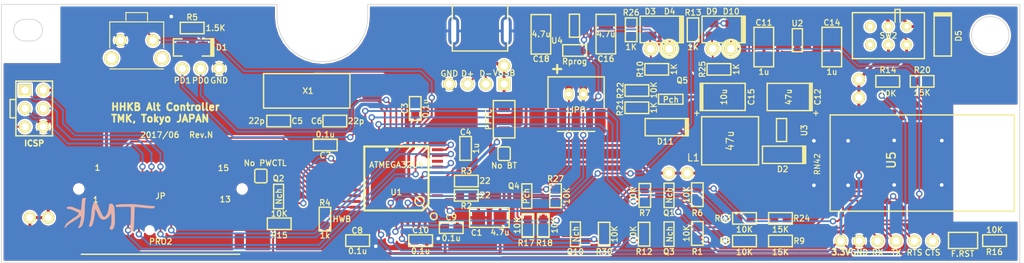
<source format=kicad_pcb>
(kicad_pcb (version 20170123) (host pcbnew no-vcs-found-4bdac4d~58~ubuntu16.04.1)
  (title_block (title "HHKB Alt Controller") (date 2017/06) (rev N) (company TMK))
  (layers (0 F.Cu signal) (31 B.Cu signal) (34 B.Paste user) (35 F.Paste user) (36 B.SilkS user) (37 F.SilkS user) (38 B.Mask user) (39 F.Mask user) (44 Edge.Cuts user))
  (net 0 "")
  (net 1 +3.3V)
  (net 2 /AREF)
  (net 3 /D+)
  (net 4 /D-)
  (net 5 /HHKB_GND)
  (net 6 /PB0)
  (net 7 /PB1)
  (net 8 /PB2)
  (net 9 /PB3)
  (net 10 /PB4)
  (net 11 /PB5)
  (net 12 /PB6)
  (net 13 /PB7)
  (net 14 /PC6)
  (net 15 /PC7)
  (net 16 /PD0)
  (net 17 /PD1)
  (net 18 /PD4)
  (net 19 /PD6)
  (net 20 /PD7)
  (net 21 /bluetooth/3.3V_OUT)
  (net 22 /bluetooth/CTS_33)
  (net 23 /bluetooth/FACTORY_RESET)
  (net 24 /bluetooth/LED_STS)
  (net 25 /bluetooth/LIPO_RAW)
  (net 26 /bluetooth/LIPO_SW)
  (net 27 /bluetooth/PSEL)
  (net 28 /bluetooth/RTS_33)
  (net 29 /bluetooth/RX_33)
  (net 30 /bluetooth/TX_33)
  (net 31 /~RESET)
  (net 32 5V_BOOST)
  (net 33 BT_CTS)
  (net 34 BT_INDICATOR)
  (net 35 BT_RTS)
  (net 36 BT_RX)
  (net 37 BT_TX)
  (net 38 GND)
  (net 39 VUSB)
  (net 40 "Net-(C4-Pad1)")
  (net 41 "Net-(C5-Pad1)")
  (net 42 "Net-(C6-Pad1)")
  (net 43 "Net-(D1-Pad2)")
  (net 44 "Net-(D2-Pad1)")
  (net 45 "Net-(D3-Pad1)")
  (net 46 "Net-(D10-Pad1)")
  (net 47 "Net-(Q5-PadG)")
  (net 48 "Net-(R2-Pad1)")
  (net 49 "Net-(R3-Pad1)")
  (net 50 "Net-(R4-Pad2)")
  (net 51 "Net-(R11-Pad1)")
  (net 52 BT_CONN)
  (net 53 "Net-(R16-Pad2)")
  (net 54 ~CHRG)
  (net 55 /bluetooth/CONN)
  (net 56 LINKED)
  (net 57 "Net-(J1-Pad4)")
  (net 58 "Net-(D9-Pad3)")
  (net 59 "Net-(SW2-Pad3)")
  (net 60 "Net-(SW2-Pad6)")
  (net 61 "Net-(U3-Pad3)")
  (net 62 "Net-(U5-Pad10)")
  (net 63 "Net-(U5-Pad9)")
  (net 64 /bluetooth/RN42_RST)
  (net 65 /bluetooth/SPI_SCK)
  (net 66 "Net-(U5-Pad8)")
  (net 67 "Net-(U5-Pad7)")
  (net 68 "Net-(U5-Pad4)")
  (net 69 /bluetooth/SPI_MOSI)
  (net 70 "Net-(U5-Pad17)")
  (net 71 "Net-(U5-Pad18)")
  (net 72 "Net-(U5-Pad20)")
  (net 73 /bluetooth/SPI_SS)
  (net 74 /bluetooth/SPI_MISO)
  (net 75 "Net-(U5-Pad35)")
  (net 76 "Net-(U5-Pad34)")
  (net 77 "Net-(U5-Pad33)")
  (net 78 "Net-(U5-Pad32)")
  (net 79 /bluetooth/LED_ACT)
  (net 80 "Net-(U5-Pad30)")
  (net 81 "Net-(D3-Pad3)")
  (net 82 ADC_CTRL)
  (net 83 "Net-(Q10-PadD)")
  (net 84 ADC_LIPO)
  (net 85 /VUSB_RAW)
  (net 86 "Net-(Q4-PadD)")
  (net 87 "Net-(U2-Pad4)")
  (module keyboard_parts:tmk_logo (layer B.Cu) (at 91.81 110.08 180)
    (fp_text reference G*** hide)
    (fp_text value LOGO hide)
  )
  (module keyboard_parts:USB_miniB_hirose_5S8 (layer F.Cu) (at 143.4 86.9 180)
    (fp_text reference J1 hide)
    (fp_text value USB_mini_micro_B hide)
    (pad 6 thru_hole oval (at 3.65 2.4 180) (size 1.5 4) (drill oval 0.7 3.2) (layers *.Cu *.Mask F.Paste) (net 38 GND))
    (pad 6 thru_hole oval (at -3.65 2.4 180) (size 1.5 4) (drill oval 0.7 3.2) (layers *.Cu *.Mask F.Paste) (net 38 GND))
    (pad 5 smd rect (at 1.6 0 180) (size 0.5 1.4) (layers F.Cu F.Paste F.Mask) (net 38 GND))
    (pad 4 smd rect (at 0.8 0 180) (size 0.5 1.4) (layers F.Cu F.Paste F.Mask) (net 57 "Net-(J1-Pad4)"))
    (pad 3 smd rect (at 0 0 180) (size 0.5 1.4) (layers F.Cu F.Paste F.Mask) (net 3 /D+))
    (pad 2 smd rect (at -0.8 0 180) (size 0.5 1.4) (layers F.Cu F.Paste F.Mask) (net 4 /D-))
    (pad 1 smd rect (at -1.6 0 180) (size 0.5 1.4) (layers F.Cu F.Paste F.Mask) (net 85 /VUSB_RAW))
    (pad 6 smd rect (at -2.675 5.2 180) (size 2.35 0.8) (layers F.Cu F.Paste F.Mask) (net 38 GND))
    (pad 6 smd rect (at 2.675 5.2 180) (size 2.35 0.8) (layers F.Cu F.Paste F.Mask) (net 38 GND))
  )
  (module SW_TACT_TH_HORIZ (layer F.Cu) (at 95.7 85.8 180)
    (fp_text reference SW1 hide)
    (fp_text value SW_PUSH hide)
    (pad 4 thru_hole circle (at -3.5 -2.5 180) (size 2 2) (drill 1.3) (layers *.Cu *.Mask F.SilkS))
    (pad 3 thru_hole circle (at 3.5 -2.5 180) (size 2 2) (drill 1.3) (layers *.Cu *.Mask F.SilkS))
    (pad 2 thru_hole circle (at -2.25 0 180) (size 1.7 1.7) (drill 1) (layers *.Cu *.Mask F.SilkS) (net 31 /~RESET))
    (pad 1 thru_hole circle (at 2.25 0 180) (size 1.7 1.7) (drill 1) (layers *.Cu *.Mask F.SilkS) (net 38 GND))
  )
  (module HHKB_JP_HRS_DF14_15P (layer F.Cu) (at 107.75 105.4 180)
    (fp_text reference CN1 hide)
    (fp_text value JP (at 8.75 -2.1 180) (layer F.SilkS) (effects (font (size 0.8 0.8))))
    (pad "" np_thru_hole circle (at 20.1 -1.1 180) (size 1.1 1.1) (drill 1.1) (layers *.Cu *.Mask))
    (pad "" np_thru_hole circle (at -2.6 -1.1 180) (size 1.1 1.1) (drill 1.1) (layers *.Cu *.Mask))
    (pad 17 smd rect (at 19.9 -5.1 180) (size 2 2.6) (layers F.Cu F.Paste F.Mask))
    (pad 7 smd rect (at 10 0 180) (size 0.7 1.8) (layers F.Cu F.Paste F.Mask) (net 8 /PB2))
    (pad 6 smd rect (at 11.25 0 180) (size 0.7 1.8) (layers F.Cu F.Paste F.Mask) (net 7 /PB1))
    (pad 4 smd rect (at 13.75 0 180) (size 0.7 1.8) (layers F.Cu F.Paste F.Mask) (net 13 /PB7))
    (pad 5 smd rect (at 12.5 0 180) (size 0.7 1.8) (layers F.Cu F.Paste F.Mask) (net 6 /PB0))
    (pad 1 smd rect (at 17.5 0 180) (size 0.7 1.8) (layers F.Cu F.Paste F.Mask) (net 32 5V_BOOST))
    (pad 2 smd rect (at 16.25 0 180) (size 0.7 1.8) (layers F.Cu F.Paste F.Mask) (net 32 5V_BOOST))
    (pad 3 smd rect (at 15 0 180) (size 0.7 1.8) (layers F.Cu F.Paste F.Mask) (net 20 /PD7))
    (pad 11 smd rect (at 5 0 180) (size 0.7 1.8) (layers F.Cu F.Paste F.Mask) (net 12 /PB6))
    (pad 10 smd rect (at 6.25 0 180) (size 0.7 1.8) (layers F.Cu F.Paste F.Mask) (net 11 /PB5))
    (pad 8 smd rect (at 8.75 0 180) (size 0.7 1.8) (layers F.Cu F.Paste F.Mask) (net 9 /PB3))
    (pad 9 smd rect (at 7.5 0 180) (size 0.7 1.8) (layers F.Cu F.Paste F.Mask) (net 10 /PB4))
    (pad 13 smd rect (at 2.5 0 180) (size 0.7 1.8) (layers F.Cu F.Paste F.Mask) (net 5 /HHKB_GND))
    (pad 12 smd rect (at 3.75 0 180) (size 0.7 1.8) (layers F.Cu F.Paste F.Mask) (net 5 /HHKB_GND))
    (pad 14 smd rect (at 1.25 0 180) (size 0.7 1.8) (layers F.Cu F.Paste F.Mask) (net 14 /PC6))
    (pad 15 smd rect (at 0 0 180) (size 0.7 1.8) (layers F.Cu F.Paste F.Mask) (net 15 /PC7))
    (pad 16 smd rect (at -2.4 -5.1 180) (size 2 2.6) (layers F.Cu F.Paste F.Mask))
  )
  (module keyboard_parts:C_3528 (layer F.Cu) (at 186.25 93.7 180)
    (fp_text reference C12 (at -4.0722 -0.0006 270) (layer F.SilkS) (effects (font (size 0.8 0.8))))
    (fp_text value 47u (at -0.05 0 270) (layer F.SilkS) (effects (font (size 0.8 0.8))))
    (pad 1 smd rect (at -1.65 0 180) (size 1.8 3) (layers F.Cu F.Paste F.Mask) (net 32 5V_BOOST))
    (pad 2 smd rect (at 1.65 0 180) (size 1.8 3) (layers F.Cu F.Paste F.Mask) (net 38 GND))
  )
  (module keyboard_parts:C_3528 (layer F.Cu) (at 177.3 93.7)
    (fp_text reference C15 (at 3.8 0 90) (layer F.SilkS) (effects (font (size 0.8 0.8))))
    (fp_text value 10u (at 0 0 90) (layer F.SilkS) (effects (font (size 0.8 0.8))))
    (pad 1 smd rect (at -1.65 0) (size 1.8 3) (layers F.Cu F.Paste F.Mask) (net 27 /bluetooth/PSEL))
    (pad 2 smd rect (at 1.65 0) (size 1.8 3) (layers F.Cu F.Paste F.Mask) (net 38 GND))
  )
  (module keyboard_parts:LED_3020_REFLOW (layer F.Cu) (at 103.4 86.8)
    (fp_text reference D1 (at 4.1 0) (layer F.SilkS) (effects (font (size 0.8 0.8))))
    (fp_text value LED hide)
    (pad 1 smd rect (at -1.475 0) (size 1.45 1.6) (layers F.Cu F.Paste F.Mask) (net 19 /PD6))
    (pad 2 smd rect (at 1.475 0) (size 1.45 1.6) (layers F.Cu F.Paste F.Mask) (net 43 "Net-(D1-Pad2)"))
  )
  (module keyboard_parts:SOT23-5_HSOL (layer F.Cu) (at 185.3 98.3 90)
    (fp_text reference U3 (at -0.05 3.15 90) (layer F.SilkS) (effects (font (size 0.8 0.8))))
    (fp_text value NCP1402SN50 hide)
    (pad 1 smd rect (at -0.95 1.3 90) (size 0.6 1.2) (layers F.Cu F.Paste F.Mask) (net 32 5V_BOOST))
    (pad 3 smd rect (at 0.95 1.3 90) (size 0.6 1.2) (layers F.Cu F.Paste F.Mask) (net 61 "Net-(U3-Pad3)"))
    (pad 2 smd rect (at 0 1.3 90) (size 0.6 1.2) (layers F.Cu F.Paste F.Mask) (net 32 5V_BOOST))
    (pad 5 smd rect (at -0.95 -1.3 90) (size 0.6 1.2) (layers F.Cu F.Paste F.Mask) (net 44 "Net-(D2-Pad1)"))
    (pad 4 smd rect (at 0.95 -1.3 90) (size 0.6 1.2) (layers F.Cu F.Paste F.Mask) (net 38 GND))
  )
  (module keyboard_parts:D_SOD123 (layer F.Cu) (at 185.45 101.75 180)
    (fp_text reference D2 (at 0 -2 180) (layer F.SilkS) (effects (font (size 0.8 0.8))))
    (fp_text value "Schottky diode" hide)
    (pad 1 smd rect (at 1.7 0 180) (size 1.2 1.4) (layers F.Cu F.Paste F.Mask) (net 44 "Net-(D2-Pad1)"))
    (pad 2 smd rect (at -1.7 0 180) (size 1.2 1.4) (layers F.Cu F.Paste F.Mask) (net 32 5V_BOOST))
  )
  (module keyboard_parts:L_6x6MM (layer F.Cu) (at 178.15 99.8 90)
    (fp_text reference L1 (at -2.35 -5.1 180) (layer F.SilkS))
    (fp_text value 47u (at 0 0 90) (layer F.SilkS))
    (pad 2 smd rect (at 0 -2.5 90) (size 5.7 2) (layers F.Cu F.Paste F.Mask) (net 27 /bluetooth/PSEL))
    (pad 1 smd rect (at 0 2.5 90) (size 5.7 2) (layers F.Cu F.Paste F.Mask) (net 44 "Net-(D2-Pad1)"))
  )
  (module keyboard_parts:RN42 (layer F.Cu) (at 208.05 96.2 270)
    (fp_text reference U5 (at 6.3 7.5 270) (layer F.SilkS) (effects (font (size 1.2 1.2) (thickness 0.2))))
    (fp_text value RN42 (at 6.858 17.78 270) (layer F.SilkS) (effects (font (size 0.762 0.762) (thickness 0.127))))
    (pad 11 smd rect (at 0 12 270) (size 1.5 0.8) (layers F.Cu F.Paste F.Mask) (net 1 +3.3V))
    (pad 12 smd rect (at 0 13.2 270) (size 1.5 0.8) (layers F.Cu F.Paste F.Mask) (net 38 GND))
    (pad 10 smd rect (at 0 10.8 270) (size 1.5 0.8) (layers F.Cu F.Paste F.Mask) (net 62 "Net-(U5-Pad10)"))
    (pad 9 smd rect (at 0 9.6 270) (size 1.5 0.8) (layers F.Cu F.Paste F.Mask) (net 63 "Net-(U5-Pad9)"))
    (pad 5 smd rect (at 0 4.8 270) (size 1.5 0.8) (layers F.Cu F.Paste F.Mask) (net 64 /bluetooth/RN42_RST))
    (pad 6 smd rect (at 0 6 270) (size 1.5 0.8) (layers F.Cu F.Paste F.Mask) (net 65 /bluetooth/SPI_SCK))
    (pad 8 smd rect (at 0 8.4 270) (size 1.5 0.8) (layers F.Cu F.Paste F.Mask) (net 66 "Net-(U5-Pad8)"))
    (pad 7 smd rect (at 0 7.2 270) (size 1.5 0.8) (layers F.Cu F.Paste F.Mask) (net 67 "Net-(U5-Pad7)"))
    (pad 3 smd rect (at 0 2.4 270) (size 1.5 0.8) (layers F.Cu F.Paste F.Mask) (net 55 /bluetooth/CONN))
    (pad 4 smd rect (at 0 3.6 270) (size 1.5 0.8) (layers F.Cu F.Paste F.Mask) (net 68 "Net-(U5-Pad4)"))
    (pad 2 smd rect (at 0 1.2 270) (size 1.5 0.8) (layers F.Cu F.Paste F.Mask) (net 69 /bluetooth/SPI_MOSI))
    (pad 1 smd rect (at 0 0 270) (size 1.5 0.8) (layers F.Cu F.Paste F.Mask) (net 38 GND))
    (pad 13 smd rect (at 13.4 13.2 270) (size 1.5 0.8) (layers F.Cu F.Paste F.Mask) (net 29 /bluetooth/RX_33))
    (pad 14 smd rect (at 13.4 12 270) (size 1.5 0.8) (layers F.Cu F.Paste F.Mask) (net 30 /bluetooth/TX_33))
    (pad 15 smd rect (at 13.4 10.8 270) (size 1.5 0.8) (layers F.Cu F.Paste F.Mask) (net 28 /bluetooth/RTS_33))
    (pad 16 smd rect (at 13.4 9.6 270) (size 1.5 0.8) (layers F.Cu F.Paste F.Mask) (net 22 /bluetooth/CTS_33))
    (pad 17 smd rect (at 13.4 8.4 270) (size 1.5 0.8) (layers F.Cu F.Paste F.Mask) (net 70 "Net-(U5-Pad17)"))
    (pad 18 smd rect (at 13.4 7.2 270) (size 1.5 0.8) (layers F.Cu F.Paste F.Mask) (net 71 "Net-(U5-Pad18)"))
    (pad 19 smd rect (at 13.4 6 270) (size 1.5 0.8) (layers F.Cu F.Paste F.Mask) (net 56 LINKED))
    (pad 20 smd rect (at 13.4 4.8 270) (size 1.5 0.8) (layers F.Cu F.Paste F.Mask) (net 72 "Net-(U5-Pad20)"))
    (pad 21 smd rect (at 13.4 3.6 270) (size 1.5 0.8) (layers F.Cu F.Paste F.Mask) (net 24 /bluetooth/LED_STS))
    (pad 22 smd rect (at 13.4 2.4 270) (size 1.5 0.8) (layers F.Cu F.Paste F.Mask) (net 23 /bluetooth/FACTORY_RESET))
    (pad 23 smd rect (at 13.4 1.2 270) (size 1.5 0.8) (layers F.Cu F.Paste F.Mask) (net 73 /bluetooth/SPI_SS))
    (pad 24 smd rect (at 13.4 0 270) (size 1.5 0.8) (layers F.Cu F.Paste F.Mask) (net 74 /bluetooth/SPI_MISO))
    (pad 35 smd rect (at 2.6 16 270) (size 0.8 1.5) (layers F.Cu F.Paste F.Mask) (net 75 "Net-(U5-Pad35)") (clearance 0.1778))
    (pad 29 smd rect (at 3.6 16 270) (size 0.8 1.5) (layers F.Cu F.Paste F.Mask) (net 38 GND) (clearance 0.1778))
    (pad 34 smd rect (at 4.9 16 270) (size 0.8 1.5) (layers F.Cu F.Paste F.Mask) (net 76 "Net-(U5-Pad34)"))
    (pad 33 smd rect (at 6.1 16 270) (size 0.8 1.5) (layers F.Cu F.Paste F.Mask) (net 77 "Net-(U5-Pad33)"))
    (pad 32 smd rect (at 7.3 16 270) (size 0.8 1.5) (layers F.Cu F.Paste F.Mask) (net 78 "Net-(U5-Pad32)"))
    (pad 31 smd rect (at 8.5 16 270) (size 0.8 1.5) (layers F.Cu F.Paste F.Mask) (net 79 /bluetooth/LED_ACT))
    (pad 28 smd rect (at 9.8 16 270) (size 0.8 1.5) (layers F.Cu F.Paste F.Mask) (net 38 GND) (clearance 0.1778))
    (pad 30 smd rect (at 10.8 16 270) (size 0.8 1.5) (layers F.Cu F.Paste F.Mask) (net 80 "Net-(U5-Pad30)") (clearance 0.1778))
  )
  (module keyboard_parts:QFP44 (layer F.Cu) (at 131.77 105.048 180)
    (fp_text reference U1 (at 0 -1.905 180) (layer F.SilkS) (effects (font (size 0.8 0.8))))
    (fp_text value ATMEGA32U4 (at 0 1.905 180) (layer F.SilkS) (effects (font (size 0.8 0.8))))
    (pad 39 smd rect (at 0 -5.715 180) (size 0.4064 1.524) (layers F.Cu F.Paste F.Mask) (net 82 ADC_CTRL))
    (pad 40 smd rect (at -0.8001 -5.715 180) (size 0.4064 1.524) (layers F.Cu F.Paste F.Mask) (net 35 BT_RTS))
    (pad 41 smd rect (at -1.6002 -5.715 180) (size 0.4064 1.524) (layers F.Cu F.Paste F.Mask) (net 84 ADC_LIPO))
    (pad 42 smd rect (at -2.4003 -5.715 180) (size 0.4064 1.524) (layers F.Cu F.Paste F.Mask) (net 2 /AREF))
    (pad 43 smd rect (at -3.2004 -5.715 180) (size 0.4064 1.524) (layers F.Cu F.Paste F.Mask) (net 38 GND))
    (pad 44 smd rect (at -4.0005 -5.715 180) (size 0.4064 1.524) (layers F.Cu F.Paste F.Mask) (net 32 5V_BOOST))
    (pad 38 smd rect (at 0.8001 -5.715 180) (size 0.4064 1.524) (layers F.Cu F.Paste F.Mask) (net 54 ~CHRG))
    (pad 37 smd rect (at 1.6002 -5.715 180) (size 0.4064 1.524) (layers F.Cu F.Paste F.Mask) (net 56 LINKED))
    (pad 36 smd rect (at 2.4003 -5.715 180) (size 0.4064 1.524) (layers F.Cu F.Paste F.Mask) (net 52 BT_CONN))
    (pad 35 smd rect (at 3.2004 -5.715 180) (size 0.4064 1.524) (layers F.Cu F.Paste F.Mask) (net 38 GND))
    (pad 34 smd rect (at 4.0005 -5.715 180) (size 0.4064 1.524) (layers F.Cu F.Paste F.Mask) (net 32 5V_BOOST))
    (pad 17 smd rect (at 0 5.715 180) (size 0.4064 1.524) (layers F.Cu F.Paste F.Mask) (net 42 "Net-(C6-Pad1)"))
    (pad 16 smd rect (at -0.8001 5.715 180) (size 0.4064 1.524) (layers F.Cu F.Paste F.Mask) (net 41 "Net-(C5-Pad1)"))
    (pad 15 smd rect (at -1.6002 5.715 180) (size 0.4064 1.524) (layers F.Cu F.Paste F.Mask) (net 38 GND))
    (pad 14 smd rect (at -2.4003 5.715 180) (size 0.4064 1.524) (layers F.Cu F.Paste F.Mask) (net 32 5V_BOOST))
    (pad 13 smd rect (at -3.2004 5.715 180) (size 0.4064 1.524) (layers F.Cu F.Paste F.Mask) (net 31 /~RESET))
    (pad 12 smd rect (at -4.0005 5.715 180) (size 0.4064 1.524) (layers F.Cu F.Paste F.Mask) (net 13 /PB7))
    (pad 18 smd rect (at 0.8001 5.715 180) (size 0.4064 1.524) (layers F.Cu F.Paste F.Mask) (net 16 /PD0))
    (pad 19 smd rect (at 1.6002 5.715 180) (size 0.4064 1.524) (layers F.Cu F.Paste F.Mask) (net 17 /PD1))
    (pad 20 smd rect (at 2.4003 5.715 180) (size 0.4064 1.524) (layers F.Cu F.Paste F.Mask) (net 37 BT_TX))
    (pad 21 smd rect (at 3.2004 5.715 180) (size 0.4064 1.524) (layers F.Cu F.Paste F.Mask) (net 36 BT_RX))
    (pad 22 smd rect (at 4.0005 5.715 180) (size 0.4064 1.524) (layers F.Cu F.Paste F.Mask) (net 33 BT_CTS))
    (pad 6 smd rect (at -5.715 0 180) (size 1.524 0.4064) (layers F.Cu F.Paste F.Mask) (net 40 "Net-(C4-Pad1)"))
    (pad 28 smd rect (at 5.715 0 180) (size 1.524 0.4064) (layers F.Cu F.Paste F.Mask) (net 10 /PB4))
    (pad 7 smd rect (at -5.715 0.8001 180) (size 1.524 0.4064) (layers F.Cu F.Paste F.Mask) (net 39 VUSB))
    (pad 27 smd rect (at 5.715 0.8001 180) (size 1.524 0.4064) (layers F.Cu F.Paste F.Mask) (net 20 /PD7))
    (pad 26 smd rect (at 5.715 1.6002 180) (size 1.524 0.4064) (layers F.Cu F.Paste F.Mask) (net 19 /PD6))
    (pad 8 smd rect (at -5.715 1.6002 180) (size 1.524 0.4064) (layers F.Cu F.Paste F.Mask) (net 6 /PB0))
    (pad 9 smd rect (at -5.715 2.4003 180) (size 1.524 0.4064) (layers F.Cu F.Paste F.Mask) (net 7 /PB1))
    (pad 25 smd rect (at 5.715 2.4003 180) (size 1.524 0.4064) (layers F.Cu F.Paste F.Mask) (net 18 /PD4))
    (pad 24 smd rect (at 5.715 3.2004 180) (size 1.524 0.4064) (layers F.Cu F.Paste F.Mask) (net 32 5V_BOOST))
    (pad 10 smd rect (at -5.715 3.2004 180) (size 1.524 0.4064) (layers F.Cu F.Paste F.Mask) (net 8 /PB2))
    (pad 11 smd rect (at -5.715 4.0005 180) (size 1.524 0.4064) (layers F.Cu F.Paste F.Mask) (net 9 /PB3))
    (pad 23 smd rect (at 5.715 4.0005 180) (size 1.524 0.4064) (layers F.Cu F.Paste F.Mask) (net 38 GND))
    (pad 29 smd rect (at 5.715 -0.8001 180) (size 1.524 0.4064) (layers F.Cu F.Paste F.Mask) (net 11 /PB5))
    (pad 5 smd rect (at -5.715 -0.8001 180) (size 1.524 0.4064) (layers F.Cu F.Paste F.Mask) (net 38 GND))
    (pad 4 smd rect (at -5.715 -1.6002 180) (size 1.524 0.4064) (layers F.Cu F.Paste F.Mask) (net 49 "Net-(R3-Pad1)"))
    (pad 30 smd rect (at 5.715 -1.6002 180) (size 1.524 0.4064) (layers F.Cu F.Paste F.Mask) (net 12 /PB6))
    (pad 31 smd rect (at 5.715 -2.4003 180) (size 1.524 0.4064) (layers F.Cu F.Paste F.Mask) (net 14 /PC6))
    (pad 3 smd rect (at -5.715 -2.4003 180) (size 1.524 0.4064) (layers F.Cu F.Paste F.Mask) (net 48 "Net-(R2-Pad1)"))
    (pad 2 smd rect (at -5.715 -3.2004 180) (size 1.524 0.4064) (layers F.Cu F.Paste F.Mask) (net 39 VUSB))
    (pad 32 smd rect (at 5.715 -3.2004 180) (size 1.524 0.4064) (layers F.Cu F.Paste F.Mask) (net 15 /PC7))
    (pad 33 smd rect (at 5.715 -4.0005 180) (size 1.524 0.4064) (layers F.Cu F.Paste F.Mask) (net 50 "Net-(R4-Pad2)"))
    (pad 1 smd rect (at -5.715 -4.0005 180) (size 1.524 0.4064) (layers F.Cu F.Paste F.Mask) (net 34 BT_INDICATOR))
  )
  (module keyboard_parts:PIN_1 (layer F.Cu) (at 102.05 89.75)
    (fp_text reference P5 hide)
    (fp_text value PD1 (at 0 1.65) (layer F.SilkS) (effects (font (size 0.8 0.8))))
    (pad 1 thru_hole circle (at 0 0) (size 1.7 1.7) (drill 1.016) (layers *.Cu *.Mask F.SilkS) (net 17 /PD1))
  )
  (module keyboard_parts:R_1608 (layer F.Cu) (at 185.15 113.75)
    (fp_text reference R9 (at 2.6 0 180) (layer F.SilkS) (effects (font (size 0.8 0.8))))
    (fp_text value 15K (at 0 1.55 180) (layer F.SilkS) (effects (font (size 0.8 0.8))))
    (pad 2 smd rect (at 0.85 0) (size 1.1 1.1) (layers F.Cu F.Paste F.Mask) (net 38 GND) (clearance 0.1))
    (pad 1 smd rect (at -0.85 0) (size 1.1 1.1) (layers F.Cu F.Paste F.Mask) (net 29 /bluetooth/RX_33) (clearance 0.1))
  )
  (module keyboard_parts:R_1608 (layer F.Cu) (at 103.4 84.1 180)
    (fp_text reference R5 (at 0 1.5 180) (layer F.SilkS) (effects (font (size 0.8 0.8))))
    (fp_text value 1.5K (at -3.25 0 180) (layer F.SilkS) (effects (font (size 0.8 0.8))))
    (pad 2 smd rect (at 0.85 0 180) (size 1.1 1.1) (layers F.Cu F.Paste F.Mask) (net 38 GND) (clearance 0.1))
    (pad 1 smd rect (at -0.85 0 180) (size 1.1 1.1) (layers F.Cu F.Paste F.Mask) (net 43 "Net-(D1-Pad2)") (clearance 0.1))
  )
  (module keyboard_parts:R_1608 (layer F.Cu) (at 167.95 89.85 180)
    (fp_text reference R10 (at 2.3 0 270) (layer F.SilkS) (effects (font (size 0.8 0.8))))
    (fp_text value 1K (at -2.4 0 270) (layer F.SilkS) (effects (font (size 0.8 0.8))))
    (pad 2 smd rect (at 0.85 0 180) (size 1.1 1.1) (layers F.Cu F.Paste F.Mask) (net 45 "Net-(D3-Pad1)") (clearance 0.1))
    (pad 1 smd rect (at -0.85 0 180) (size 1.1 1.1) (layers F.Cu F.Paste F.Mask) (net 27 /bluetooth/PSEL) (clearance 0.1))
  )
  (module keyboard_parts:R_1608 (layer F.Cu) (at 165.2 95.2)
    (fp_text reference R21 (at -2.35 0 90) (layer F.SilkS) (effects (font (size 0.8 0.8))))
    (fp_text value 1K (at 2.35 0 270) (layer F.SilkS) (effects (font (size 0.8 0.8))))
    (pad 2 smd rect (at 0.85 0) (size 1.1 1.1) (layers F.Cu F.Paste F.Mask) (net 47 "Net-(Q5-PadG)") (clearance 0.1))
    (pad 1 smd rect (at -0.85 0) (size 1.1 1.1) (layers F.Cu F.Paste F.Mask) (net 39 VUSB) (clearance 0.1))
  )
  (module keyboard_parts:R_1608 (layer F.Cu) (at 121.85 110.7 90)
    (fp_text reference R4 (at 2.275 0 180) (layer F.SilkS) (effects (font (size 0.8 0.8))))
    (fp_text value 1k (at -2.275 0 180) (layer F.SilkS) (effects (font (size 0.8 0.8))))
    (pad 2 smd rect (at 0.85 0 90) (size 1.1 1.1) (layers F.Cu F.Paste F.Mask) (net 50 "Net-(R4-Pad2)") (clearance 0.1))
    (pad 1 smd rect (at -0.85 0 90) (size 1.1 1.1) (layers F.Cu F.Paste F.Mask) (net 38 GND) (clearance 0.1))
  )
  (module keyboard_parts:R_1608 (layer F.Cu) (at 176.6 89.85 180)
    (fp_text reference R25 (at 2.3 0 90) (layer F.SilkS) (effects (font (size 0.8 0.8))))
    (fp_text value 1K (at -2.4 0 90) (layer F.SilkS) (effects (font (size 0.8 0.8))))
    (pad 2 smd rect (at 0.85 0 180) (size 1.1 1.1) (layers F.Cu F.Paste F.Mask) (net 46 "Net-(D10-Pad1)") (clearance 0.1))
    (pad 1 smd rect (at -0.85 0 180) (size 1.1 1.1) (layers F.Cu F.Paste F.Mask) (net 1 +3.3V) (clearance 0.1))
  )
  (module keyboard_parts:R_1608 (layer F.Cu) (at 173 84.35 270)
    (fp_text reference R13 (at -2.4 0) (layer F.SilkS) (effects (font (size 0.8 0.8))))
    (fp_text value 1K (at 2.4 0) (layer F.SilkS) (effects (font (size 0.8 0.8))))
    (pad 2 smd rect (at 0.85 0 270) (size 1.1 1.1) (layers F.Cu F.Paste F.Mask) (net 1 +3.3V) (clearance 0.1))
    (pad 1 smd rect (at -0.85 0 270) (size 1.1 1.1) (layers F.Cu F.Paste F.Mask) (net 58 "Net-(D9-Pad3)") (clearance 0.1))
  )
  (module keyboard_parts:R_1608 (layer F.Cu) (at 164.4 84.35 90)
    (fp_text reference R26 (at 2.4 0 180) (layer F.SilkS) (effects (font (size 0.8 0.8))))
    (fp_text value 1K (at -2.4 0 180) (layer F.SilkS) (effects (font (size 0.8 0.8))))
    (pad 2 smd rect (at 0.85 0 90) (size 1.1 1.1) (layers F.Cu F.Paste F.Mask) (net 81 "Net-(D3-Pad3)") (clearance 0.1))
    (pad 1 smd rect (at -0.85 0 90) (size 1.1 1.1) (layers F.Cu F.Paste F.Mask) (net 39 VUSB) (clearance 0.1))
  )
  (module keyboard_parts:R_1608 (layer F.Cu) (at 153.9 107.45 270)
    (fp_text reference R27 (at -2.35 0) (layer F.SilkS) (effects (font (size 0.8 0.8))))
    (fp_text value 10K (at 0 -1.55 270) (layer F.SilkS) (effects (font (size 0.8 0.8))))
    (pad 2 smd rect (at 0.85 0 270) (size 1.1 1.1) (layers F.Cu F.Paste F.Mask) (net 83 "Net-(Q10-PadD)") (clearance 0.1))
    (pad 1 smd rect (at -0.85 0 270) (size 1.1 1.1) (layers F.Cu F.Paste F.Mask) (net 25 /bluetooth/LIPO_RAW) (clearance 0.1))
  )
  (module keyboard_parts:R_1608 (layer F.Cu) (at 173.6 112.7 90)
    (fp_text reference R1 (at -2.55 0 180) (layer F.SilkS) (effects (font (size 0.8 0.8))))
    (fp_text value 10K (at 0 -1.5 270) (layer F.SilkS) (effects (font (size 0.8 0.8))))
    (pad 2 smd rect (at 0.85 0 90) (size 1.1 1.1) (layers F.Cu F.Paste F.Mask) (net 28 /bluetooth/RTS_33) (clearance 0.1))
    (pad 1 smd rect (at -0.85 0 90) (size 1.1 1.1) (layers F.Cu F.Paste F.Mask) (net 1 +3.3V) (clearance 0.1))
  )
  (module keyboard_parts:R_1608 (layer F.Cu) (at 160.65 112.8 90)
    (fp_text reference R30 (at -2.45 0 180) (layer F.SilkS) (effects (font (size 0.8 0.8))))
    (fp_text value 10K (at 0 1.45 270) (layer F.SilkS) (effects (font (size 0.8 0.8))))
    (pad 2 smd rect (at 0.85 0 90) (size 1.1 1.1) (layers F.Cu F.Paste F.Mask) (net 38 GND) (clearance 0.1))
    (pad 1 smd rect (at -0.85 0 90) (size 1.1 1.1) (layers F.Cu F.Paste F.Mask) (net 82 ADC_CTRL) (clearance 0.1))
  )
  (module keyboard_parts:R_1608 (layer F.Cu) (at 204.83 91.52)
    (fp_text reference R20 (at 0.025 -1.575) (layer F.SilkS) (effects (font (size 0.8 0.8))))
    (fp_text value 15K (at -0.01 1.59) (layer F.SilkS) (effects (font (size 0.8 0.8))))
    (pad 2 smd rect (at 0.85 0) (size 1.1 1.1) (layers F.Cu F.Paste F.Mask) (net 38 GND) (clearance 0.1))
    (pad 1 smd rect (at -0.85 0) (size 1.1 1.1) (layers F.Cu F.Paste F.Mask) (net 55 /bluetooth/CONN) (clearance 0.1))
  )
  (module keyboard_parts:R_1608 (layer F.Cu) (at 200.06 91.52)
    (fp_text reference R14 (at 0.025 -1.575) (layer F.SilkS) (effects (font (size 0.8 0.8))))
    (fp_text value 10K (at 0.01 1.69) (layer F.SilkS) (effects (font (size 0.8 0.8))))
    (pad 2 smd rect (at 0.85 0) (size 1.1 1.1) (layers F.Cu F.Paste F.Mask) (net 55 /bluetooth/CONN) (clearance 0.1))
    (pad 1 smd rect (at -0.85 0) (size 1.1 1.1) (layers F.Cu F.Paste F.Mask) (net 52 BT_CONN) (clearance 0.1))
  )
  (module keyboard_parts:R_1608 (layer F.Cu) (at 166.2 112.8 270)
    (fp_text reference R12 (at 2.45 0) (layer F.SilkS) (effects (font (size 0.8 0.8))))
    (fp_text value 10K (at 0 1.5 90) (layer F.SilkS) (effects (font (size 0.8 0.8))))
    (pad 2 smd rect (at 0.85 0 270) (size 1.1 1.1) (layers F.Cu F.Paste F.Mask) (net 35 BT_RTS) (clearance 0.1))
    (pad 1 smd rect (at -0.85 0 270) (size 1.1 1.1) (layers F.Cu F.Paste F.Mask) (net 32 5V_BOOST) (clearance 0.1))
  )
  (module keyboard_parts:R_1608 (layer F.Cu) (at 166.3 107.4 270)
    (fp_text reference R7 (at 2.45 0) (layer F.SilkS) (effects (font (size 0.8 0.8))))
    (fp_text value 10K (at 0 1.6 90) (layer F.SilkS) (effects (font (size 0.8 0.8))))
    (pad 2 smd rect (at 0.85 0 270) (size 1.1 1.1) (layers F.Cu F.Paste F.Mask) (net 37 BT_TX) (clearance 0.1))
    (pad 1 smd rect (at -0.85 0 270) (size 1.1 1.1) (layers F.Cu F.Paste F.Mask) (net 32 5V_BOOST) (clearance 0.1))
  )
  (module keyboard_parts:R_1608 (layer F.Cu) (at 173.6 107.3 90)
    (fp_text reference R6 (at -2.55 0 180) (layer F.SilkS) (effects (font (size 0.8 0.8))))
    (fp_text value 10K (at 0 -1.5 270) (layer F.SilkS) (effects (font (size 0.8 0.8))))
    (pad 2 smd rect (at 0.85 0 90) (size 1.1 1.1) (layers F.Cu F.Paste F.Mask) (net 30 /bluetooth/TX_33) (clearance 0.1))
    (pad 1 smd rect (at -0.85 0 90) (size 1.1 1.1) (layers F.Cu F.Paste F.Mask) (net 1 +3.3V) (clearance 0.1))
  )
  (module keyboard_parts:R_1608 (layer F.Cu) (at 185.15 110.6)
    (fp_text reference R24 (at 2.95 0 180) (layer F.SilkS) (effects (font (size 0.8 0.8))))
    (fp_text value 15K (at 0 1.55) (layer F.SilkS) (effects (font (size 0.8 0.8))))
    (pad 2 smd rect (at 0.85 0) (size 1.1 1.1) (layers F.Cu F.Paste F.Mask) (net 38 GND) (clearance 0.1))
    (pad 1 smd rect (at -0.85 0) (size 1.1 1.1) (layers F.Cu F.Paste F.Mask) (net 22 /bluetooth/CTS_33) (clearance 0.1))
  )
  (module keyboard_parts:R_1608 (layer F.Cu) (at 180.15 110.6)
    (fp_text reference R23 (at -3 0 180) (layer F.SilkS) (effects (font (size 0.8 0.8))))
    (fp_text value 10K (at 0 1.55) (layer F.SilkS) (effects (font (size 0.8 0.8))))
    (pad 2 smd rect (at 0.85 0) (size 1.1 1.1) (layers F.Cu F.Paste F.Mask) (net 22 /bluetooth/CTS_33) (clearance 0.1))
    (pad 1 smd rect (at -0.85 0) (size 1.1 1.1) (layers F.Cu F.Paste F.Mask) (net 33 BT_CTS) (clearance 0.1))
  )
  (module keyboard_parts:R_1608 (layer F.Cu) (at 214.9 113.7 180)
    (fp_text reference R16 (at 0.025 -1.575 180) (layer F.SilkS) (effects (font (size 0.8 0.8))))
    (fp_text value 10K (at 0 1.5 180) (layer F.SilkS) (effects (font (size 0.8 0.8))))
    (pad 2 smd rect (at 0.85 0 180) (size 1.1 1.1) (layers F.Cu F.Paste F.Mask) (net 53 "Net-(R16-Pad2)") (clearance 0.1))
    (pad 1 smd rect (at -0.85 0 180) (size 1.1 1.1) (layers F.Cu F.Paste F.Mask) (net 1 +3.3V) (clearance 0.1))
  )
  (module keyboard_parts:R_1608 (layer F.Cu) (at 152.2 111.6 90)
    (fp_text reference R18 (at -2.425 0.15 180) (layer F.SilkS) (effects (font (size 0.8 0.8))))
    (fp_text value 10K (at 0.05 1.575 270) (layer F.SilkS) (effects (font (size 0.8 0.8))))
    (pad 2 smd rect (at 0.85 0 90) (size 1.1 1.1) (layers F.Cu F.Paste F.Mask) (net 38 GND) (clearance 0.1))
    (pad 1 smd rect (at -0.85 0 90) (size 1.1 1.1) (layers F.Cu F.Paste F.Mask) (net 84 ADC_LIPO) (clearance 0.1))
  )
  (module keyboard_parts:R_1608 (layer F.Cu) (at 141.486 107.397)
    (fp_text reference R2 (at 0.014 1.478) (layer F.SilkS) (effects (font (size 0.8 0.8))))
    (fp_text value 22 (at 2.614 -0.022) (layer F.SilkS) (effects (font (size 0.8 0.8))))
    (pad 2 smd rect (at 0.85 0) (size 1.1 1.1) (layers F.Cu F.Paste F.Mask) (net 4 /D-) (clearance 0.1))
    (pad 1 smd rect (at -0.85 0) (size 1.1 1.1) (layers F.Cu F.Paste F.Mask) (net 48 "Net-(R2-Pad1)") (clearance 0.1))
  )
  (module keyboard_parts:R_1608 (layer F.Cu) (at 141.5 105.4)
    (fp_text reference R3 (at 0 -1.4) (layer F.SilkS) (effects (font (size 0.8 0.8))))
    (fp_text value 22 (at 2.6 -0.025) (layer F.SilkS) (effects (font (size 0.8 0.8))))
    (pad 2 smd rect (at 0.85 0) (size 1.1 1.1) (layers F.Cu F.Paste F.Mask) (net 3 /D+) (clearance 0.1))
    (pad 1 smd rect (at -0.85 0) (size 1.1 1.1) (layers F.Cu F.Paste F.Mask) (net 49 "Net-(R3-Pad1)") (clearance 0.1))
  )
  (module keyboard_parts:R_1608 (layer F.Cu) (at 115.5 111.35)
    (fp_text reference R15 (at 0 1.6) (layer F.SilkS) (effects (font (size 0.8 0.8))))
    (fp_text value 10K (at 0 -1.4) (layer F.SilkS) (effects (font (size 0.8 0.8))))
    (pad 2 smd rect (at 0.85 0) (size 1.1 1.1) (layers F.Cu F.Paste F.Mask) (net 18 /PD4) (clearance 0.1))
    (pad 1 smd rect (at -0.85 0) (size 1.1 1.1) (layers F.Cu F.Paste F.Mask) (net 32 5V_BOOST) (clearance 0.1))
  )
  (module keyboard_parts:R_1608 (layer F.Cu) (at 165.2 92.8 180)
    (fp_text reference R22 (at 2.3 0 270) (layer F.SilkS) (effects (font (size 0.8 0.8))))
    (fp_text value 10K (at -2.35 0.05 90) (layer F.SilkS) (effects (font (size 0.8 0.8))))
    (pad 2 smd rect (at 0.85 0 180) (size 1.1 1.1) (layers F.Cu F.Paste F.Mask) (net 38 GND) (clearance 0.1))
    (pad 1 smd rect (at -0.85 0 180) (size 1.1 1.1) (layers F.Cu F.Paste F.Mask) (net 47 "Net-(Q5-PadG)") (clearance 0.1))
  )
  (module keyboard_parts:R_1608 (layer F.Cu) (at 156.55 87.225)
    (fp_text reference R11 hide)
    (fp_text value Rprog (at 0 1.525) (layer F.SilkS) (effects (font (size 0.8 0.8))))
    (pad 2 smd rect (at 0.85 0) (size 1.1 1.1) (layers F.Cu F.Paste F.Mask) (net 38 GND) (clearance 0.1))
    (pad 1 smd rect (at -0.85 0) (size 1.1 1.1) (layers F.Cu F.Paste F.Mask) (net 51 "Net-(R11-Pad1)") (clearance 0.1))
  )
  (module keyboard_parts:R_1608 (layer F.Cu) (at 150.05 111.6 270)
    (fp_text reference R17 (at 2.425 0.25) (layer F.SilkS) (effects (font (size 0.8 0.8))))
    (fp_text value 10K (at 0 1.475 90) (layer F.SilkS) (effects (font (size 0.8 0.8))))
    (pad 2 smd rect (at 0.85 0 270) (size 1.1 1.1) (layers F.Cu F.Paste F.Mask) (net 84 ADC_LIPO) (clearance 0.1))
    (pad 1 smd rect (at -0.85 0 270) (size 1.1 1.1) (layers F.Cu F.Paste F.Mask) (net 86 "Net-(Q4-PadD)") (clearance 0.1))
  )
  (module keyboard_parts:R_1608 (layer F.Cu) (at 180.15 113.75)
    (fp_text reference R8 (at -2.7 0 180) (layer F.SilkS) (effects (font (size 0.8 0.8))))
    (fp_text value 10K (at 0 1.55) (layer F.SilkS) (effects (font (size 0.8 0.8))))
    (pad 2 smd rect (at 0.85 0) (size 1.1 1.1) (layers F.Cu F.Paste F.Mask) (net 29 /bluetooth/RX_33) (clearance 0.1))
    (pad 1 smd rect (at -0.85 0) (size 1.1 1.1) (layers F.Cu F.Paste F.Mask) (net 36 BT_RX) (clearance 0.1))
  )
  (module keyboard_parts:C_3216 (layer F.Cu) (at 144.7 110.5 180)
    (fp_text reference C1 (at 1.775 -2.1 180) (layer F.SilkS) (effects (font (size 0.8 0.8))))
    (fp_text value 4.7u (at -1.475 -2.05 180) (layer F.SilkS) (effects (font (size 0.8 0.8))))
    (pad 1 smd rect (at -1.5 0 180) (size 1.8 2) (layers F.Cu F.Paste F.Mask) (net 32 5V_BOOST))
    (pad 2 smd rect (at 1.5 0 180) (size 1.8 2) (layers F.Cu F.Paste F.Mask) (net 38 GND))
  )
  (module keyboard_parts:C_1608 (layer F.Cu) (at 139.4 111.9)
    (fp_text reference C9 (at 0 -1.45) (layer F.SilkS) (effects (font (size 0.8 0.8))))
    (fp_text value 0.1u (at 0 1.45) (layer F.SilkS) (effects (font (size 0.8 0.8))))
    (pad 2 smd rect (at 0.85 0) (size 1.1 1.1) (layers F.Cu F.Paste F.Mask) (net 38 GND) (clearance 0.1))
    (pad 1 smd rect (at -0.85 0) (size 1.1 1.1) (layers F.Cu F.Paste F.Mask) (net 32 5V_BOOST) (clearance 0.1))
  )
  (module keyboard_parts:C_1608 (layer F.Cu) (at 126.4 113.7 180)
    (fp_text reference C8 (at 0.075 1.4 180) (layer F.SilkS) (effects (font (size 0.8 0.8))))
    (fp_text value 0.1u (at 0 -1.45 180) (layer F.SilkS) (effects (font (size 0.8 0.8))))
    (pad 2 smd rect (at 0.85 0 180) (size 1.1 1.1) (layers F.Cu F.Paste F.Mask) (net 38 GND) (clearance 0.1))
    (pad 1 smd rect (at -0.85 0 180) (size 1.1 1.1) (layers F.Cu F.Paste F.Mask) (net 32 5V_BOOST) (clearance 0.1))
  )
  (module keyboard_parts:MOS_FET_SOT23-3_HSOL (layer F.Cu) (at 115.4 107.55 90)
    (fp_text reference Q2 (at 2.5 0) (layer F.SilkS) (effects (font (size 0.8 0.8))))
    (fp_text value Nch (at 0 0.05 90) (layer F.SilkS) (effects (font (size 0.8 0.8))))
    (pad G smd rect (at -0.95 1.3 90) (size 0.8 1.2) (layers F.Cu F.Paste F.Mask) (net 18 /PD4))
    (pad D smd rect (at 0 -1.3 90) (size 0.8 1.2) (layers F.Cu F.Paste F.Mask) (net 5 /HHKB_GND))
    (pad S smd rect (at 0.95 1.3 90) (size 0.8 1.2) (layers F.Cu F.Paste F.Mask) (net 38 GND))
  )
  (module keyboard_parts:C_3216 (layer F.Cu) (at 192.3 86.75 270)
    (fp_text reference C14 (at -3.4 0) (layer F.SilkS) (effects (font (size 0.8 0.8))))
    (fp_text value 1u (at 3.45 0) (layer F.SilkS) (effects (font (size 0.8 0.8))))
    (pad 1 smd rect (at -1.5 0 270) (size 1.8 2) (layers F.Cu F.Paste F.Mask) (net 21 /bluetooth/3.3V_OUT))
    (pad 2 smd rect (at 1.5 0 270) (size 1.8 2) (layers F.Cu F.Paste F.Mask) (net 38 GND))
  )
  (module keyboard_parts:MOS_FET_SOT23-3_HSOL (layer F.Cu) (at 169.9 94)
    (fp_text reference Q5 (at 1.6 -2.6 180) (layer F.SilkS) (effects (font (size 0.8 0.8))))
    (fp_text value Pch (at 0.025 0.075) (layer F.SilkS) (effects (font (size 0.8 0.8))))
    (pad G smd rect (at -0.95 1.3) (size 0.8 1.2) (layers F.Cu F.Paste F.Mask) (net 47 "Net-(Q5-PadG)"))
    (pad D smd rect (at 0 -1.3) (size 0.8 1.2) (layers F.Cu F.Paste F.Mask) (net 26 /bluetooth/LIPO_SW))
    (pad S smd rect (at 0.95 1.3) (size 0.8 1.2) (layers F.Cu F.Paste F.Mask) (net 27 /bluetooth/PSEL))
  )
  (module keyboard_parts:MOS_FET_SOT23-3_HSOL (layer F.Cu) (at 169.65 107.4 90)
    (fp_text reference Q1 (at -2.45 0 180) (layer F.SilkS) (effects (font (size 0.8 0.8))))
    (fp_text value Nch (at 0 0.05 90) (layer F.SilkS) (effects (font (size 0.8 0.8))))
    (pad G smd rect (at -0.95 1.3 90) (size 0.8 1.2) (layers F.Cu F.Paste F.Mask) (net 1 +3.3V))
    (pad D smd rect (at 0 -1.3 90) (size 0.8 1.2) (layers F.Cu F.Paste F.Mask) (net 37 BT_TX))
    (pad S smd rect (at 0.95 1.3 90) (size 0.8 1.2) (layers F.Cu F.Paste F.Mask) (net 30 /bluetooth/TX_33))
  )
  (module keyboard_parts:PIN_1 (layer F.Cu) (at 104.59 89.75)
    (fp_text reference P6 hide)
    (fp_text value PD0 (at -0.01 1.66) (layer F.SilkS) (effects (font (size 0.8 0.8))))
    (pad 1 thru_hole circle (at 0 0) (size 1.7 1.7) (drill 1.016) (layers *.Cu *.Mask F.SilkS) (net 16 /PD0))
  )
  (module keyboard_parts:C_3216 (layer F.Cu) (at 160.9 84.95 270)
    (fp_text reference C16 (at 3.45 0) (layer F.SilkS) (effects (font (size 0.8 0.8))))
    (fp_text value 4.7u (at 0 0) (layer F.SilkS) (effects (font (size 0.8 0.8))))
    (pad 1 smd rect (at -1.5 0 270) (size 1.8 2) (layers F.Cu F.Paste F.Mask) (net 25 /bluetooth/LIPO_RAW))
    (pad 2 smd rect (at 1.5 0 270) (size 1.8 2) (layers F.Cu F.Paste F.Mask) (net 38 GND))
  )
  (module keyboard_parts:C_3216 (layer F.Cu) (at 151.875 84.975 270)
    (fp_text reference C18 (at 3.425 -0.025 180) (layer F.SilkS) (effects (font (size 0.8 0.8))))
    (fp_text value 4.7u (at -0.025 -0.025) (layer F.SilkS) (effects (font (size 0.8 0.8))))
    (pad 1 smd rect (at -1.5 0 270) (size 1.8 2) (layers F.Cu F.Paste F.Mask) (net 39 VUSB))
    (pad 2 smd rect (at 1.5 0 270) (size 1.8 2) (layers F.Cu F.Paste F.Mask) (net 38 GND))
  )
  (module keyboard_parts:SOT23-5_HSOL (layer F.Cu) (at 156.525 83.775 90)
    (fp_text reference U4 (at -2.075 -2.425) (layer F.SilkS) (effects (font (size 0.8 0.8))))
    (fp_text value MCP73832 hide)
    (pad 1 smd rect (at -0.95 1.3 90) (size 0.6 1.2) (layers F.Cu F.Paste F.Mask) (net 54 ~CHRG))
    (pad 3 smd rect (at 0.95 1.3 90) (size 0.6 1.2) (layers F.Cu F.Paste F.Mask) (net 25 /bluetooth/LIPO_RAW))
    (pad 2 smd rect (at 0 1.3 90) (size 0.6 1.2) (layers F.Cu F.Paste F.Mask) (net 38 GND))
    (pad 5 smd rect (at -0.95 -1.3 90) (size 0.6 1.2) (layers F.Cu F.Paste F.Mask) (net 51 "Net-(R11-Pad1)"))
    (pad 4 smd rect (at 0.95 -1.3 90) (size 0.6 1.2) (layers F.Cu F.Paste F.Mask) (net 39 VUSB))
  )
  (module keyboard_parts:SOT23-5_HSOL (layer F.Cu) (at 187.5 85.8 270)
    (fp_text reference U2 (at -2.35 0) (layer F.SilkS) (effects (font (size 0.8 0.8))))
    (fp_text value MIC5504-3.3YMTR hide)
    (pad 1 smd rect (at -0.95 1.3 270) (size 0.6 1.2) (layers F.Cu F.Paste F.Mask) (net 32 5V_BOOST))
    (pad 3 smd rect (at 0.95 1.3 270) (size 0.6 1.2) (layers F.Cu F.Paste F.Mask) (net 32 5V_BOOST))
    (pad 2 smd rect (at 0 1.3 270) (size 0.6 1.2) (layers F.Cu F.Paste F.Mask) (net 38 GND))
    (pad 5 smd rect (at -0.95 -1.3 270) (size 0.6 1.2) (layers F.Cu F.Paste F.Mask) (net 21 /bluetooth/3.3V_OUT))
    (pad 4 smd rect (at 0.95 -1.3 270) (size 0.6 1.2) (layers F.Cu F.Paste F.Mask) (net 87 "Net-(U2-Pad4)"))
  )
  (module keyboard_parts:JST_PH2_SMT_TH (layer F.Cu) (at 155.75 91.3)
    (fp_text reference P100 hide)
    (fp_text value LIPO (at 1 4.2) (layer F.SilkS) (effects (font (size 0.8 0.8))))
    (pad 3 smd rect (at 5.1 5.95) (size 1.5 3.4) (drill (offset -0.75 -0.2)) (layers F.Cu F.Paste F.Mask))
    (pad 2 smd rect (at 2 0) (size 1 3.5) (layers F.Cu F.Paste F.Mask) (net 38 GND))
    (pad 3 smd rect (at -1.6 5.95) (size 1.5 3.4) (drill (offset -0.75 -0.2)) (layers F.Cu F.Paste F.Mask))
    (pad 1 smd rect (at 0 0) (size 1 3.5) (layers F.Cu F.Paste F.Mask) (net 25 /bluetooth/LIPO_RAW))
    (pad 2 thru_hole oval (at 2 2) (size 1.2 1.7) (drill 0.7) (layers *.Cu *.Mask F.SilkS) (net 38 GND))
    (pad 1 thru_hole oval (at 0 2) (size 1.2 1.7) (drill 0.7) (layers *.Cu *.Mask F.SilkS) (net 25 /bluetooth/LIPO_RAW))
  )
  (module keyboard_parts:C_3216 (layer F.Cu) (at 182.85 86.75 270)
    (fp_text reference C11 (at -3.4 0) (layer F.SilkS) (effects (font (size 0.8 0.8))))
    (fp_text value 1u (at 3.45 0) (layer F.SilkS) (effects (font (size 0.8 0.8))))
    (pad 1 smd rect (at -1.5 0 270) (size 1.8 2) (layers F.Cu F.Paste F.Mask) (net 32 5V_BOOST))
    (pad 2 smd rect (at 1.5 0 270) (size 1.8 2) (layers F.Cu F.Paste F.Mask) (net 38 GND))
  )
  (module keyboard_parts:C_1608 (layer F.Cu) (at 121.9 100.375 180)
    (fp_text reference C7 (at 0 -1.45 180) (layer F.SilkS) (effects (font (size 0.8 0.8))))
    (fp_text value 0.1u (at 0 1.45 180) (layer F.SilkS) (effects (font (size 0.8 0.8))))
    (pad 2 smd rect (at 0.85 0 180) (size 1.1 1.1) (layers F.Cu F.Paste F.Mask) (net 38 GND) (clearance 0.1))
    (pad 1 smd rect (at -0.85 0 180) (size 1.1 1.1) (layers F.Cu F.Paste F.Mask) (net 32 5V_BOOST) (clearance 0.1))
  )
  (module keyboard_parts:C_1608 (layer F.Cu) (at 134.4 95.3 90)
    (fp_text reference C3 (at 0 -1.45 90) (layer F.SilkS) (effects (font (size 0.8 0.8))))
    (fp_text value 0.1u (at 0 1.45 90) (layer F.SilkS) (effects (font (size 0.8 0.8))))
    (pad 2 smd rect (at 0.85 0 90) (size 1.1 1.1) (layers F.Cu F.Paste F.Mask) (net 38 GND) (clearance 0.1))
    (pad 1 smd rect (at -0.85 0 90) (size 1.1 1.1) (layers F.Cu F.Paste F.Mask) (net 32 5V_BOOST) (clearance 0.1))
  )
  (module keyboard_parts:C_1608 (layer F.Cu) (at 135.15 113.7)
    (fp_text reference C10 (at 0 -1.45) (layer F.SilkS) (effects (font (size 0.8 0.8))))
    (fp_text value 0.1u (at 0 1.45) (layer F.SilkS) (effects (font (size 0.8 0.8))))
    (pad 2 smd rect (at 0.85 0) (size 1.1 1.1) (layers F.Cu F.Paste F.Mask) (net 38 GND) (clearance 0.1))
    (pad 1 smd rect (at -0.85 0) (size 1.1 1.1) (layers F.Cu F.Paste F.Mask) (net 2 /AREF) (clearance 0.1))
  )
  (module keyboard_parts:C_1608 (layer F.Cu) (at 123.225 97.05 180)
    (fp_text reference C6 (at 2.525 0) (layer F.SilkS) (effects (font (size 0.8 0.8))))
    (fp_text value 22p (at -2.95 0) (layer F.SilkS) (effects (font (size 0.8 0.8))))
    (pad 2 smd rect (at 0.85 0 180) (size 1.1 1.1) (layers F.Cu F.Paste F.Mask) (net 38 GND) (clearance 0.1))
    (pad 1 smd rect (at -0.85 0 180) (size 1.1 1.1) (layers F.Cu F.Paste F.Mask) (net 42 "Net-(C6-Pad1)") (clearance 0.1))
  )
  (module keyboard_parts:C_1608 (layer F.Cu) (at 115.425 97.05)
    (fp_text reference C5 (at 2.575 0 180) (layer F.SilkS) (effects (font (size 0.8 0.8))))
    (fp_text value 22p (at -3.075 -0.025 180) (layer F.SilkS) (effects (font (size 0.8 0.8))))
    (pad 2 smd rect (at 0.85 0) (size 1.1 1.1) (layers F.Cu F.Paste F.Mask) (net 38 GND) (clearance 0.1))
    (pad 1 smd rect (at -0.85 0) (size 1.1 1.1) (layers F.Cu F.Paste F.Mask) (net 41 "Net-(C5-Pad1)") (clearance 0.1))
  )
  (module keyboard_parts:C_1608 (layer F.Cu) (at 141.4 100.86 90)
    (fp_text reference C4 (at 2.26 0 180) (layer F.SilkS) (effects (font (size 0.8 0.8))))
    (fp_text value 1u (at 0 1.45 90) (layer F.SilkS) (effects (font (size 0.8 0.8))))
    (pad 2 smd rect (at 0.85 0 90) (size 1.1 1.1) (layers F.Cu F.Paste F.Mask) (net 38 GND) (clearance 0.1))
    (pad 1 smd rect (at -0.85 0 90) (size 1.1 1.1) (layers F.Cu F.Paste F.Mask) (net 40 "Net-(C4-Pad1)") (clearance 0.1))
  )
  (module keyboard_parts:LED_3025_DUAL (layer F.Cu) (at 177 84.3 180)
    (fp_text reference D9 (at 1.4 2.5 180) (layer F.SilkS) (effects (font (size 0.8 0.8))))
    (fp_text value LED_DUAL hide)
    (pad 1 smd rect (at 1.35 -0.825 180) (size 1.7 1.05) (layers F.Cu F.Paste F.Mask) (net 46 "Net-(D10-Pad1)"))
    (pad 3 smd rect (at 1.35 0.825 180) (size 1.7 1.05) (layers F.Cu F.Paste F.Mask) (net 58 "Net-(D9-Pad3)"))
    (pad 2 smd rect (at -1.35 -0.825 180) (size 1.7 1.05) (layers F.Cu F.Paste F.Mask) (net 24 /bluetooth/LED_STS))
    (pad 4 smd rect (at -1.35 0.825 180) (size 1.7 1.05) (layers F.Cu F.Paste F.Mask) (net 34 BT_INDICATOR))
  )
  (module keyboard_parts:LED_3025_DUAL (layer F.Cu) (at 168.4 84.3 180)
    (fp_text reference D3 (at 1.35 2.5 180) (layer F.SilkS) (effects (font (size 0.8 0.8))))
    (fp_text value LED_DUAL hide)
    (pad 1 smd rect (at 1.35 -0.825 180) (size 1.7 1.05) (layers F.Cu F.Paste F.Mask) (net 45 "Net-(D3-Pad1)"))
    (pad 3 smd rect (at 1.35 0.825 180) (size 1.7 1.05) (layers F.Cu F.Paste F.Mask) (net 81 "Net-(D3-Pad3)"))
    (pad 2 smd rect (at -1.35 -0.825 180) (size 1.7 1.05) (layers F.Cu F.Paste F.Mask) (net 54 ~CHRG))
    (pad 4 smd rect (at -1.35 0.825 180) (size 1.7 1.05) (layers F.Cu F.Paste F.Mask) (net 38 GND))
  )
  (module keyboard_parts:SOLDER_JUMPER_2 (layer F.Cu) (at 146.75 101.6 270)
    (fp_text reference JP2 hide)
    (fp_text value JUMPER hide)
    (pad 2 smd rect (at 0.4 0 270) (size 0.6 1.2) (layers F.Cu F.Mask) (net 32 5V_BOOST) (clearance 0.1))
    (pad 1 smd rect (at -0.4 0 270) (size 0.6 1.2) (layers F.Cu F.Mask) (net 39 VUSB) (clearance 0.1))
  )
  (module keyboard_parts:SOLDER_JUMPER_2 (layer F.Cu) (at 112.95 104.7 270)
    (fp_text reference JP3 hide)
    (fp_text value JUMPER hide)
    (pad 2 smd rect (at 0.4 0 270) (size 0.6 1.2) (layers F.Cu F.Mask) (net 5 /HHKB_GND) (clearance 0.1))
    (pad 1 smd rect (at -0.4 0 270) (size 0.6 1.2) (layers F.Cu F.Mask) (net 38 GND) (clearance 0.1))
  )
  (module keyboard_parts:PIN_1 (layer F.Cu) (at 107.15 89.75)
    (fp_text reference P7 hide)
    (fp_text value GND (at 0 1.65) (layer F.SilkS) (effects (font (size 0.8 0.8))))
    (pad 1 thru_hole circle (at 0 0) (size 1.7 1.7) (drill 1.016) (layers *.Cu *.Mask F.SilkS) (net 38 GND))
  )
  (module keyboard_parts:AVR_ICSP_3x2 (layer F.Cu) (at 81.45 95.3 270)
    (fp_text reference P8 hide)
    (fp_text value CONN_3X2 hide)
    (pad 1 thru_hole rect (at -2.54 1.27 270) (size 1.7 1.7) (drill 1.016) (layers *.Cu *.Mask F.SilkS) (net 9 /PB3))
    (pad 2 thru_hole circle (at -2.54 -1.27 270) (size 1.7 1.7) (drill 1.016) (layers *.Cu *.Mask F.SilkS) (net 32 5V_BOOST))
    (pad 3 thru_hole circle (at 0 1.27 270) (size 1.7 1.7) (drill 1.016) (layers *.Cu *.Mask F.SilkS) (net 7 /PB1))
    (pad 4 thru_hole circle (at 0 -1.27 270) (size 1.7 1.7) (drill 1.016) (layers *.Cu *.Mask F.SilkS) (net 8 /PB2))
    (pad 5 thru_hole circle (at 2.54 1.27 270) (size 1.7 1.7) (drill 1.016) (layers *.Cu *.Mask F.SilkS) (net 31 /~RESET))
    (pad 6 thru_hole circle (at 2.54 -1.27 270) (size 1.7 1.7) (drill 1.016) (layers *.Cu *.Mask F.SilkS) (net 38 GND))
  )
  (module keyboard_parts:PIN_1 (layer F.Cu) (at 193.55 113.75)
    (fp_text reference P110 hide)
    (fp_text value CONN_1 hide)
    (pad 1 thru_hole circle (at 0 0) (size 1.7 1.7) (drill 1.016) (layers *.Cu *.Mask F.SilkS) (net 1 +3.3V))
  )
  (module keyboard_parts:PIN_1 (layer F.Cu) (at 198.65 113.75)
    (fp_text reference P111 hide)
    (fp_text value CONN_1 hide)
    (pad 1 thru_hole circle (at 0 0) (size 1.7 1.7) (drill 1.016) (layers *.Cu *.Mask F.SilkS) (net 29 /bluetooth/RX_33))
  )
  (module keyboard_parts:PIN_1 (layer F.Cu) (at 201.2 113.75)
    (fp_text reference P112 hide)
    (fp_text value CONN_1 hide)
    (pad 1 thru_hole circle (at 0 0) (size 1.7 1.7) (drill 1.016) (layers *.Cu *.Mask F.SilkS) (net 30 /bluetooth/TX_33))
  )
  (module keyboard_parts:PIN_1 (layer F.Cu) (at 196.1 113.75)
    (fp_text reference P113 hide)
    (fp_text value CONN_1 hide)
    (pad 1 thru_hole circle (at 0 0) (size 1.7 1.7) (drill 1.016) (layers *.Cu *.Mask F.SilkS) (net 38 GND))
  )
  (module keyboard_parts:PIN_1 (layer F.Cu) (at 206.3 113.75)
    (fp_text reference P114 hide)
    (fp_text value CONN_1 hide)
    (pad 1 thru_hole circle (at 0 0) (size 1.7 1.7) (drill 1.016) (layers *.Cu *.Mask F.SilkS) (net 22 /bluetooth/CTS_33))
  )
  (module keyboard_parts:PIN_1 (layer F.Cu) (at 203.75 113.75)
    (fp_text reference P115 hide)
    (fp_text value CONN_1 hide)
    (pad 1 thru_hole circle (at 0 0) (size 1.7 1.7) (drill 1.016) (layers *.Cu *.Mask F.SilkS) (net 28 /bluetooth/RTS_33))
  )
  (module keyboard_parts:PPTC_nano (layer F.Cu) (at 146.75 96.8 270)
    (fp_text reference PPTC1 hide)
    (fp_text value PPTC (at 0 2.15 90) (layer F.SilkS) (effects (font (size 0.8 0.8))))
    (pad 1 smd rect (at -1.5 0 270) (size 1 1.6) (layers F.Cu F.Paste F.Mask) (net 85 /VUSB_RAW))
    (pad 2 smd rect (at 1.5 0 270) (size 1 1.6) (layers F.Cu F.Paste F.Mask) (net 39 VUSB))
  )
  (module keyboard_parts:R_1608_NOGUIDE (layer F.Cu) (at 210.45 113.7 180)
    (fp_text reference R19 hide)
    (fp_text value F.RST hide)
    (pad 2 smd rect (at 0.85 0 180) (size 1.1 1.1) (layers F.Cu F.Paste F.Mask) (net 23 /bluetooth/FACTORY_RESET))
    (pad 1 smd rect (at -0.85 0 180) (size 1.1 1.1) (layers F.Cu F.Paste F.Mask) (net 53 "Net-(R16-Pad2)"))
  )
  (module keyboard_parts:HC-49_SMT (layer F.Cu) (at 119.325 92.85)
    (fp_text reference X1 (at 0.175 0) (layer F.SilkS) (effects (font (size 0.8 0.8))))
    (fp_text value 16MHz hide)
    (pad 1 smd rect (at -4.75 0) (size 5.5 2) (layers F.Cu F.Paste F.Mask) (net 41 "Net-(C5-Pad1)"))
    (pad 2 smd rect (at 4.75 0) (size 5.5 2) (layers F.Cu F.Paste F.Mask) (net 42 "Net-(C6-Pad1)"))
  )
  (module keyboard_parts:PIN_1_SQUARE (layer F.Cu) (at 146.75 91.9)
    (fp_text reference P4 hide)
    (fp_text value VUSB (at 0 -1.55) (layer F.SilkS) (effects (font (size 0.8 0.8))))
    (pad 1 thru_hole rect (at 0 0) (size 1.7 1.7) (drill 1.016) (layers *.Cu *.Mask F.SilkS) (net 85 /VUSB_RAW))
  )
  (module keyboard_parts:PIN_1 (layer F.Cu) (at 144.216 91.903)
    (fp_text reference P3 hide)
    (fp_text value D- (at 0 -1.45) (layer F.SilkS) (effects (font (size 0.8 0.8))))
    (pad 1 thru_hole circle (at 0 0) (size 1.7 1.7) (drill 1.016) (layers *.Cu *.Mask F.SilkS) (net 4 /D-))
  )
  (module keyboard_parts:PIN_1 (layer F.Cu) (at 141.676 91.903)
    (fp_text reference P2 hide)
    (fp_text value D+ (at 0 -1.45) (layer F.SilkS) (effects (font (size 0.8 0.8))))
    (pad 1 thru_hole circle (at 0 0) (size 1.7 1.7) (drill 1.016) (layers *.Cu *.Mask F.SilkS) (net 3 /D+))
  )
  (module keyboard_parts:PIN_1 (layer F.Cu) (at 139.136 91.903)
    (fp_text reference P1 hide)
    (fp_text value GND (at 0 -1.45) (layer F.SilkS) (effects (font (size 0.8 0.8))))
    (pad 1 thru_hole circle (at 0 0) (size 1.7 1.7) (drill 1.016) (layers *.Cu *.Mask F.SilkS) (net 38 GND))
  )
  (module keyboard_parts:MOS_FET_SOT23-3_HSOL (layer F.Cu) (at 156.65 112.8 90)
    (fp_text reference Q10 (at -2.45 0 180) (layer F.SilkS) (effects (font (size 0.8 0.8))))
    (fp_text value Nch (at 0 0.05 90) (layer F.SilkS) (effects (font (size 0.8 0.8))))
    (pad G smd rect (at -0.95 1.3 90) (size 0.8 1.2) (layers F.Cu F.Paste F.Mask) (net 82 ADC_CTRL))
    (pad D smd rect (at 0 -1.3 90) (size 0.8 1.2) (layers F.Cu F.Paste F.Mask) (net 83 "Net-(Q10-PadD)"))
    (pad S smd rect (at 0.95 1.3 90) (size 0.8 1.2) (layers F.Cu F.Paste F.Mask) (net 38 GND))
  )
  (module keyboard_parts:MOS_FET_SOT23-3_HSOL (layer F.Cu) (at 169.65 112.8 90)
    (fp_text reference Q3 (at -2.45 0 180) (layer F.SilkS) (effects (font (size 0.8 0.8))))
    (fp_text value Nch (at 0 0.09906 90) (layer F.SilkS) (effects (font (size 0.8 0.8))))
    (pad G smd rect (at -0.95 1.3 90) (size 0.8 1.2) (layers F.Cu F.Paste F.Mask) (net 1 +3.3V))
    (pad D smd rect (at 0 -1.3 90) (size 0.8 1.2) (layers F.Cu F.Paste F.Mask) (net 35 BT_RTS))
    (pad S smd rect (at 0.95 1.3 90) (size 0.8 1.2) (layers F.Cu F.Paste F.Mask) (net 28 /bluetooth/RTS_33))
  )
  (module keyboard_parts:SW_MINI_SLIDE (layer F.Cu) (at 200.15 85.16)
    (fp_text reference SW2 (at 0 -0.01) (layer F.SilkS) (effects (font (size 0.8 0.8))))
    (fp_text value SW_DPDT hide)
    (pad 3 thru_hole circle (at -2.54 -1.27) (size 1.4 1.4) (drill 0.7) (layers *.Cu *.Mask F.SilkS) (net 59 "Net-(SW2-Pad3)"))
    (pad 2 thru_hole circle (at 2.54 -1.27) (size 1.4 1.4) (drill 0.7) (layers *.Cu *.Mask F.SilkS) (net 25 /bluetooth/LIPO_RAW))
    (pad 1 thru_hole circle (at 0 -1.27) (size 1.4 1.4) (drill 0.7) (layers *.Cu *.Mask F.SilkS) (net 26 /bluetooth/LIPO_SW))
    (pad 4 thru_hole circle (at 0 1.27) (size 1.4 1.4) (drill 0.7) (layers *.Cu *.Mask F.SilkS) (net 21 /bluetooth/3.3V_OUT))
    (pad 5 thru_hole circle (at 2.54 1.27) (size 1.4 1.4) (drill 0.7) (layers *.Cu *.Mask F.SilkS) (net 1 +3.3V))
    (pad 6 thru_hole circle (at -2.54 1.27) (size 1.4 1.4) (drill 0.7) (layers *.Cu *.Mask F.SilkS) (net 60 "Net-(SW2-Pad6)"))
  )
  (module keyboard_parts:MOS_FET_SOT23-3_HSOL (layer F.Cu) (at 149.9 107.5 90)
    (fp_text reference Q4 (at 1.4 -1.8 180) (layer F.SilkS) (effects (font (size 0.8 0.8))))
    (fp_text value Pch (at 0 -0.05094 90) (layer F.SilkS) (effects (font (size 0.8 0.8))))
    (pad G smd rect (at -0.95 1.3 90) (size 0.8 1.2) (layers F.Cu F.Paste F.Mask) (net 83 "Net-(Q10-PadD)"))
    (pad D smd rect (at 0 -1.3 90) (size 0.8 1.2) (layers F.Cu F.Paste F.Mask) (net 86 "Net-(Q4-PadD)"))
    (pad S smd rect (at 0.95 1.3 90) (size 0.8 1.2) (layers F.Cu F.Paste F.Mask) (net 25 /bluetooth/LIPO_RAW))
  )
  (module keyboard_parts:LED_TH_BIVAR (layer F.Cu) (at 168.4 87)
    (fp_text reference D4 (at 1.35 -5.2) (layer F.SilkS) (effects (font (size 0.8 0.8))))
    (fp_text value LED hide)
    (pad 1 thru_hole circle (at -1.27 0) (size 1.9 1.9) (drill 1.0922) (layers *.Cu *.Mask F.SilkS) (net 45 "Net-(D3-Pad1)"))
    (pad 2 thru_hole circle (at 1.27 0) (size 1.9 1.9) (drill 1.0922) (layers *.Cu *.Mask F.SilkS) (net 54 ~CHRG))
  )
  (module keyboard_parts:LED_TH_BIVAR (layer F.Cu) (at 177 87)
    (fp_text reference D10 (at 1.3 -5.2) (layer F.SilkS) (effects (font (size 0.8 0.8))))
    (fp_text value LED hide)
    (pad 2 thru_hole circle (at 1.27 0) (size 1.9 1.9) (drill 1.0922) (layers *.Cu *.Mask F.SilkS) (net 24 /bluetooth/LED_STS))
    (pad 1 thru_hole circle (at -1.27 0) (size 1.9 1.9) (drill 1.0922) (layers *.Cu *.Mask F.SilkS) (net 46 "Net-(D10-Pad1)"))
  )
  (module keyboard_parts:PIN_1 (layer F.Cu) (at 80.85 110.5)
    (fp_text reference P9 hide)
    (fp_text value CONN_1 hide)
    (pad 1 thru_hole circle (at 0 0) (size 1.7 1.7) (drill 1.016) (layers *.Cu *.Mask F.SilkS) (net 32 5V_BOOST))
  )
  (module keyboard_parts:PIN_1 (layer F.Cu) (at 83.4 110.5)
    (fp_text reference P10 hide)
    (fp_text value CONN_1 hide)
    (pad 1 thru_hole circle (at 0 0) (size 1.7 1.7) (drill 1.016) (layers *.Cu *.Mask F.SilkS) (net 32 5V_BOOST))
  )
  (module keyboard_parts:PIN_1 (layer F.Cu) (at 146.75 89.35)
    (fp_text reference P11 hide)
    (fp_text value CONN_1 hide)
    (pad 1 thru_hole circle (at 0 0) (size 1.7 1.7) (drill 1.016) (layers *.Cu *.Mask F.SilkS) (net 85 /VUSB_RAW))
  )
  (module keyboard_parts:PIN_1 (layer F.Cu) (at 172.2 104.3)
    (fp_text reference P12 hide)
    (fp_text value CONN_1 hide)
    (pad 1 thru_hole circle (at 0 0) (size 1.7 1.7) (drill 1.016) (layers *.Cu *.Mask F.SilkS) (net 32 5V_BOOST))
  )
  (module keyboard_parts:PIN_1 (layer F.Cu) (at 196.05 91.25)
    (fp_text reference P13 hide)
    (fp_text value CONN_1 hide)
    (pad 1 thru_hole circle (at 0 0) (size 1.7 1.7) (drill 1.016) (layers *.Cu *.Mask F.SilkS) (net 1 +3.3V))
  )
  (module keyboard_parts:PIN_1 (layer F.Cu) (at 169.65 104.3)
    (fp_text reference P14 hide)
    (fp_text value CONN_1 hide)
    (pad 1 thru_hole circle (at 0 0) (size 1.7 1.7) (drill 1.016) (layers *.Cu *.Mask F.SilkS) (net 32 5V_BOOST))
  )
  (module keyboard_parts:PIN_1 (layer F.Cu) (at 196.05 93.8)
    (fp_text reference P15 hide)
    (fp_text value CONN_1 hide)
    (pad 1 thru_hole circle (at 0 0) (size 1.7 1.7) (drill 1.016) (layers *.Cu *.Mask F.SilkS) (net 1 +3.3V))
  )
  (module keyboard_parts:HHKB_PRO2_ZH13 (layer F.Cu) (at 90 110.1)
    (fp_text reference CN2 hide)
    (fp_text value PRO2 (at 9.025 3.725) (layer F.SilkS) (effects (font (size 0.8 0.8))))
    (pad 1 smd rect (at 0 0 180) (size 0.7 2.6) (layers F.Cu F.Paste F.Mask) (net 32 5V_BOOST))
    (pad 2 smd rect (at 1.5 0 180) (size 0.7 2.6) (layers F.Cu F.Paste F.Mask) (net 32 5V_BOOST))
    (pad 3 smd rect (at 3 0 180) (size 0.7 2.6) (layers F.Cu F.Paste F.Mask) (net 20 /PD7))
    (pad 4 smd rect (at 4.5 0 180) (size 0.7 2.6) (layers F.Cu F.Paste F.Mask) (net 13 /PB7))
    (pad 5 smd rect (at 6 0 180) (size 0.7 2.6) (layers F.Cu F.Paste F.Mask) (net 6 /PB0))
    (pad 6 smd rect (at 7.5 0 180) (size 0.7 2.6) (layers F.Cu F.Paste F.Mask) (net 7 /PB1))
    (pad 14 smd rect (at 19.95 3.55 180) (size 1.3 2.1) (layers F.Cu F.Paste F.Mask))
    (pad 15 smd rect (at -1.95 3.55 180) (size 1.3 2.1) (layers F.Cu F.Paste F.Mask))
    (pad 7 smd rect (at 9 0 180) (size 0.7 2.6) (layers F.Cu F.Paste F.Mask) (net 8 /PB2))
    (pad 8 smd rect (at 10.5 0 180) (size 0.7 2.6) (layers F.Cu F.Paste F.Mask) (net 9 /PB3))
    (pad 9 smd rect (at 12 0 180) (size 0.7 2.6) (layers F.Cu F.Paste F.Mask) (net 10 /PB4))
    (pad 10 smd rect (at 13.5 0 180) (size 0.7 2.6) (layers F.Cu F.Paste F.Mask) (net 11 /PB5))
    (pad 11 smd rect (at 15 0 180) (size 0.7 2.6) (layers F.Cu F.Paste F.Mask) (net 12 /PB6))
    (pad 12 smd rect (at 16.5 0 180) (size 0.7 2.6) (layers F.Cu F.Paste F.Mask) (net 5 /HHKB_GND))
    (pad 13 smd rect (at 18 0 180) (size 0.7 2.6) (layers F.Cu F.Paste F.Mask) (net 5 /HHKB_GND))
  )
  (module keyboard_parts:D_SOD123 (layer F.Cu) (at 169.15 97.9 180)
    (fp_text reference D11 (at 0 -2 180) (layer F.SilkS) (effects (font (size 0.8 0.8))))
    (fp_text value "Schottky diode" hide)
    (pad 1 smd rect (at 1.7 0 180) (size 1.2 1.4) (layers F.Cu F.Paste F.Mask) (net 39 VUSB))
    (pad 2 smd rect (at -1.7 0 180) (size 1.2 1.4) (layers F.Cu F.Paste F.Mask) (net 27 /bluetooth/PSEL))
  )
  (module keyboard_parts:D_SOD123 (layer F.Cu) (at 207.7 85.2 270)
    (fp_text reference D5 (at 0 -2.2 90) (layer F.SilkS) (effects (font (size 0.8 0.8))))
    (fp_text value D hide)
    (pad 1 smd rect (at 1.7 0 270) (size 1.2 1.4) (layers F.Cu F.Paste F.Mask) (net 38 GND))
    (pad 2 smd rect (at -1.7 0 270) (size 1.2 1.4) (layers F.Cu F.Paste F.Mask) (net 25 /bluetooth/LIPO_RAW))
  )
  (gr_circle (center 136.97 110.31) (end 137.3 110.64) (layer F.SilkS) (width 0.2))
  (gr_circle (center 214.3 85.1) (end 216.9 85.1) (layer Edge.Cuts) (width 0.1))
  (gr_text + (at 173.525 95.9) (layer F.SilkS) (effects (font (size 0.8 0.8))))
  (gr_text + (at 190.075 95.9) (layer F.SilkS) (effects (font (size 0.8 0.8))))
  (gr_text "HHKB Alt Controller\nTMK, Tokyo JAPAN" (at 92.01 95.9) (layer F.SilkS) (effects (font (size 1 1) (thickness 0.25)) (justify left)))
  (gr_text "No BT" (at 146.75 103.25) (layer F.SilkS) (effects (font (size 0.8 0.8))))
  (gr_text F.RST (at 210.46 115.53) (layer F.SilkS) (effects (font (size 0.8 0.8))))
  (gr_text CTS (at 206.3 115.36) (layer F.SilkS) (effects (font (size 0.8 0.8))))
  (gr_text RTS (at 203.78 115.36) (layer F.SilkS) (effects (font (size 0.8 0.8))))
  (gr_text TX (at 201.22 115.36) (layer F.SilkS) (effects (font (size 0.8 0.8))))
  (gr_text RX (at 198.66 115.36) (layer F.SilkS) (effects (font (size 0.8 0.8))))
  (gr_text GND (at 196.11 115.36) (layer F.SilkS) (effects (font (size 0.8 0.8))))
  (gr_text 3.3V (at 193.55 115.32) (layer F.SilkS) (effects (font (size 0.8 0.8) (thickness 0.2))))
  (gr_text HWB (at 124.2 110.7) (layer F.SilkS) (effects (font (size 0.8 0.8))))
  (gr_text Rev.N (at 104.65 98.98) (layer F.SilkS) (effects (font (size 0.8 0.8))))
  (gr_text 2017/06 (at 98.91 98.98) (layer F.SilkS) (effects (font (size 0.8 0.8))))
  (gr_text ICSP (at 81.45 100.15) (layer F.SilkS) (effects (font (size 0.8 0.8) (thickness 0.2))))
  (gr_text + (at 154.1272 89.7001) (layer F.SilkS) (effects (font (size 1.5 1.5) (thickness 0.3))))
  (gr_text "No PWCTL" (at 113.55 102.9) (layer F.SilkS) (effects (font (size 0.8 0.8))))
  (gr_text 1 (at 90 108) (layer F.SilkS) (effects (font (size 0.8 0.8))))
  (gr_text 15 (at 107.75 103.6) (layer F.SilkS) (effects (font (size 0.8 0.8))))
  (gr_text 13 (at 108 107.95) (layer F.SilkS) (effects (font (size 0.8 0.8))))
  (gr_text 1 (at 90.25 103.55) (layer F.SilkS) (effects (font (size 0.8 0.8))))
  (gr_line (start 208.5 114.8) (end 208.5 112.55) (angle 90) (layer F.SilkS) (width 0.2))
  (gr_line (start 212.55 114.8) (end 208.5 114.8) (angle 90) (layer F.SilkS) (width 0.2))
  (gr_line (start 212.55 112.55) (end 212.55 114.8) (angle 90) (layer F.SilkS) (width 0.2))
  (gr_line (start 208.5 112.55) (end 212.55 112.55) (angle 90) (layer F.SilkS) (width 0.2))
  (gr_line (start 185.85 116.8) (end 185.9 116.8) (angle 90) (layer F.SilkS) (width 0.1))
  (gr_line (start 115.2 80.8) (end 115.2 82.5) (angle 90) (layer Edge.Cuts) (width 0.1))
  (gr_line (start 80.1 85.9) (end 81.1 85.9) (angle 90) (layer Edge.Cuts) (width 0.1))
  (gr_line (start 81.1 82.9) (end 80.1 82.9) (angle 90) (layer Edge.Cuts) (width 0.1))
  (gr_line (start 127.8 82.5) (end 127.8 80.8) (angle 90) (layer Edge.Cuts) (width 0.1))
  (gr_line (start 127.8 80.8) (end 218.4 80.8) (angle 90) (layer Edge.Cuts) (width 0.1))
  (gr_line (start 76.9 80.8) (end 115.2 80.8) (angle 90) (layer Edge.Cuts) (width 0.1))
  (gr_line (start 76.9 116.8) (end 76.9 80.8) (angle 90) (layer Edge.Cuts) (width 0.1))
  (gr_line (start 218.4 116.8) (end 76.9 116.8) (angle 90) (layer Edge.Cuts) (width 0.1))
  (gr_line (start 218.4 80.8) (end 218.4 116.8) (angle 90) (layer Edge.Cuts) (width 0.1))
  (gr_arc (start 81.1 84.4) (end 81.1 82.9) (angle 90) (layer Edge.Cuts) (width 0.1))
  (gr_arc (start 81.1 84.4) (end 82.6 84.4) (angle 90) (layer Edge.Cuts) (width 0.1))
  (gr_arc (start 80.1 84.4) (end 80.1 85.9) (angle 90) (layer Edge.Cuts) (width 0.1))
  (gr_arc (start 80.1 84.4) (end 78.6 84.4) (angle 90) (layer Edge.Cuts) (width 0.1))
  (gr_arc (start 121.5 82.5) (end 121.5 88.8) (angle 90) (layer Edge.Cuts) (width 0.1))
  (gr_arc (start 121.5 82.5) (end 127.8 82.5) (angle 90) (layer Edge.Cuts) (width 0.1))
  (segment (start 196.05 93.8) (end 196.05 91.25) (width 0.4) (layer F.Cu) (net 1))
  (segment (start 196.05 91.25) (end 198.15 89.15) (width 0.4) (layer F.Cu) (net 1))
  (segment (start 202.69 87.86) (end 202.69 86.43) (width 0.4) (layer F.Cu) (net 1))
  (segment (start 201.4 89.15) (end 202.69 87.86) (width 0.4) (layer F.Cu) (net 1))
  (segment (start 198.15 89.15) (end 201.4 89.15) (width 0.4) (layer F.Cu) (net 1))
  (segment (start 196.05 93.8) (end 196.05 96.2) (width 0.4) (layer F.Cu) (net 1))
  (segment (start 215.16 115.55) (end 195.35 115.55) (width 0.254) (layer F.Cu) (net 1))
  (segment (start 195.35 115.55) (end 193.55 113.75) (width 0.254) (layer F.Cu) (net 1))
  (segment (start 215.75 113.7) (end 215.75 114.96) (width 0.254) (layer F.Cu) (net 1))
  (segment (start 215.75 114.96) (end 215.16 115.55) (width 0.254) (layer F.Cu) (net 1))
  (segment (start 170.95 108.35) (end 173.4 108.35) (width 0.254) (layer F.Cu) (net 1))
  (segment (start 173.4 108.35) (end 173.6 108.15) (width 0.4) (layer F.Cu) (net 1))
  (segment (start 202.69 85.74) (end 202.05 85.1) (width 0.254) (layer F.Cu) (net 1))
  (segment (start 202.05 85.1) (end 196.2 85.1) (width 0.254) (layer F.Cu) (net 1))
  (segment (start 196.2 85.1) (end 194.05 82.95) (width 0.254) (layer F.Cu) (net 1))
  (segment (start 194.05 82.95) (end 181.6 82.95) (width 0.254) (layer F.Cu) (net 1))
  (segment (start 181.6 82.95) (end 180.8 83.75) (width 0.254) (layer F.Cu) (net 1))
  (segment (start 180.8 83.75) (end 180.8 88.7) (width 0.254) (layer F.Cu) (net 1))
  (segment (start 180.8 88.7) (end 179.65 89.85) (width 0.254) (layer F.Cu) (net 1))
  (segment (start 179.65 89.85) (end 177.45 89.85) (width 0.254) (layer F.Cu) (net 1))
  (segment (start 202.69 86.43) (end 202.69 85.74) (width 0.254) (layer F.Cu) (net 1))
  (segment (start 177.45 90.6) (end 176.95 91.1) (width 0.254) (layer F.Cu) (net 1))
  (segment (start 176.95 91.1) (end 174.1 91.1) (width 0.254) (layer F.Cu) (net 1))
  (segment (start 174.1 91.1) (end 173 90) (width 0.254) (layer F.Cu) (net 1))
  (segment (start 173 90) (end 173 85.2) (width 0.254) (layer F.Cu) (net 1))
  (segment (start 177.45 89.85) (end 177.45 90.6) (width 0.254) (layer F.Cu) (net 1))
  (segment (start 173.4 113.75) (end 173.6 113.55) (width 0.254) (layer F.Cu) (net 1))
  (segment (start 196.05 104.65) (end 196.05 107.45) (width 0.4) (layer B.Cu) (net 1))
  (segment (start 196.05 107.45) (end 193.55 109.95) (width 0.4) (layer B.Cu) (net 1))
  (segment (start 193.55 109.95) (end 193.55 113.75) (width 0.4) (layer B.Cu) (net 1))
  (segment (start 196.05 96.2) (end 196.05 104.65) (width 0.4) (layer F.Cu) (net 1))
  (segment (start 173.4 113.75) (end 173.6 113.55) (width 0.254) (layer F.Cu) (net 1))
  (segment (start 170.95 113.75) (end 173.4 113.75) (width 0.254) (layer F.Cu) (net 1))
  (segment (start 174.8 113.55) (end 170.95 109.7) (width 0.254) (layer B.Cu) (net 1))
  (segment (start 170.95 109.7) (end 170.95 108.35) (width 0.254) (layer F.Cu) (net 1))
  (segment (start 173.6 113.55) (end 174.8 113.55) (width 0.254) (layer F.Cu) (net 1))
  (segment (start 191.75 115.25) (end 176.5 115.25) (width 0.254) (layer F.Cu) (net 1))
  (segment (start 176.5 115.25) (end 174.8 113.55) (width 0.254) (layer F.Cu) (net 1))
  (segment (start 193.25 113.75) (end 191.75 115.25) (width 0.254) (layer F.Cu) (net 1))
  (segment (start 193.55 113.75) (end 193.25 113.75) (width 0.254) (layer F.Cu) (net 1))
  (segment (start 134.1703 110.763) (end 134.1703 113.5703) (width 0.254) (layer F.Cu) (net 2))
  (segment (start 134.1703 113.5703) (end 134.3 113.7) (width 0.254) (layer F.Cu) (net 2))
  (segment (start 143.4 86.9) (end 143.4 90.179) (width 0.254) (layer F.Cu) (net 3))
  (segment (start 143.4 90.179) (end 141.676 91.903) (width 0.254) (layer F.Cu) (net 3))
  (segment (start 144.2 86.9) (end 144.2 91.887) (width 0.254) (layer F.Cu) (net 4))
  (segment (start 144.2 91.887) (end 144.216 91.903) (width 0.254) (layer F.Cu) (net 4))
  (segment (start 111.55 107.9) (end 108 107.9) (width 0.4) (layer F.Cu) (net 5))
  (segment (start 108 107.9) (end 106.5 107.9) (width 0.4) (layer F.Cu) (net 5))
  (segment (start 108 110.1) (end 108 107.9) (width 0.4) (layer F.Cu) (net 5))
  (segment (start 106.5 107.9) (end 106.25 107.9) (width 0.4) (layer F.Cu) (net 5))
  (segment (start 114.1 107.55) (end 112.95 107.55) (width 0.4) (layer F.Cu) (net 5))
  (segment (start 112.95 107.55) (end 111.9 107.55) (width 0.4) (layer F.Cu) (net 5))
  (segment (start 112.95 105.8) (end 112.95 107.55) (width 0.4) (layer F.Cu) (net 5))
  (segment (start 112.95 105.1) (end 112.95 105.8) (width 0.4) (layer F.Cu) (net 5))
  (segment (start 106.25 107.9) (end 105.25 106.9) (width 0.4) (layer F.Cu) (net 5))
  (segment (start 111.9 107.55) (end 111.55 107.9) (width 0.4) (layer F.Cu) (net 5))
  (segment (start 105.25 105.4) (end 105.25 106.9) (width 0.381) (layer F.Cu) (net 5))
  (segment (start 104 105.4) (end 105.25 105.4) (width 0.381) (layer F.Cu) (net 5))
  (segment (start 108 110.1) (end 106.5 110.1) (width 0.381) (layer F.Cu) (net 5))
  (segment (start 138.8022 103.4478) (end 139.35 102.9) (width 0.254) (layer F.Cu) (net 6))
  (segment (start 138.8022 103.4478) (end 137.485 103.4478) (width 0.254) (layer F.Cu) (net 6))
  (segment (start 96 110.1) (end 96 112.8) (width 0.254) (layer F.Cu) (net 6))
  (segment (start 96 110.1) (end 96 107.95) (width 0.254) (layer F.Cu) (net 6))
  (segment (start 95.25 107.2) (end 95.25 105.4) (width 0.254) (layer F.Cu) (net 6))
  (segment (start 96 107.95) (end 95.25 107.2) (width 0.254) (layer F.Cu) (net 6))
  (segment (start 138.73 103.52) (end 138.905501 103.344499) (width 0.254) (layer B.Cu) (net 6))
  (segment (start 96 112.8) (end 97.49199 114.29199) (width 0.254) (layer B.Cu) (net 6))
  (segment (start 97.49199 114.29199) (end 120.989576 114.29199) (width 0.254) (layer B.Cu) (net 6))
  (segment (start 138.905501 103.344499) (end 139.35 102.9) (width 0.254) (layer B.Cu) (net 6))
  (segment (start 120.989576 114.29199) (end 131.761566 103.52) (width 0.254) (layer B.Cu) (net 6))
  (segment (start 131.761566 103.52) (end 138.73 103.52) (width 0.254) (layer B.Cu) (net 6))
  (segment (start 96.5 103.4) (end 96.5 101.55) (width 0.254) (layer B.Cu) (net 7))
  (segment (start 96.5 101.55) (end 95.15 100.2) (width 0.254) (layer B.Cu) (net 7))
  (segment (start 95.15 100.2) (end 86.15 100.2) (width 0.254) (layer B.Cu) (net 7))
  (segment (start 86.15 100.2) (end 84 98.05) (width 0.254) (layer B.Cu) (net 7))
  (segment (start 84 98.05) (end 84 96.9) (width 0.254) (layer B.Cu) (net 7))
  (segment (start 84 96.9) (end 83.7 96.6) (width 0.254) (layer B.Cu) (net 7))
  (segment (start 81.48 96.6) (end 80.18 95.3) (width 0.254) (layer B.Cu) (net 7))
  (segment (start 83.7 96.6) (end 81.48 96.6) (width 0.254) (layer B.Cu) (net 7))
  (segment (start 96.5 105.4) (end 96.5 103.4) (width 0.254) (layer F.Cu) (net 7))
  (segment (start 97.5 110.1) (end 97.5 107.95) (width 0.254) (layer F.Cu) (net 7))
  (segment (start 96.5 106.95) (end 96.5 105.4) (width 0.254) (layer F.Cu) (net 7))
  (segment (start 97.5 107.95) (end 96.5 106.95) (width 0.254) (layer F.Cu) (net 7))
  (segment (start 97.75 103.4) (end 97.75 101.5) (width 0.254) (layer B.Cu) (net 8))
  (segment (start 97.75 101.5) (end 95.85 99.6) (width 0.254) (layer B.Cu) (net 8))
  (segment (start 95.85 99.6) (end 86.6 99.6) (width 0.254) (layer B.Cu) (net 8))
  (segment (start 86.6 99.6) (end 84.65 97.65) (width 0.254) (layer B.Cu) (net 8))
  (segment (start 84.65 97.65) (end 84.65 95.8) (width 0.254) (layer B.Cu) (net 8))
  (segment (start 84.65 95.8) (end 84.15 95.3) (width 0.254) (layer B.Cu) (net 8))
  (segment (start 84.15 95.3) (end 82.72 95.3) (width 0.254) (layer B.Cu) (net 8))
  (segment (start 97.75 105.4) (end 97.75 103.4) (width 0.254) (layer F.Cu) (net 8))
  (segment (start 137.485 101.8476) (end 139.1524 101.8476) (width 0.254) (layer F.Cu) (net 8))
  (segment (start 139.1524 101.8476) (end 139.35 101.65) (width 0.254) (layer F.Cu) (net 8))
  (segment (start 99 110.1) (end 99 112.8) (width 0.254) (layer F.Cu) (net 8))
  (segment (start 99 110.1) (end 99 108.45) (width 0.254) (layer F.Cu) (net 8))
  (segment (start 97.75 107.2) (end 97.75 105.4) (width 0.254) (layer F.Cu) (net 8))
  (segment (start 99 108.45) (end 97.75 107.2) (width 0.254) (layer F.Cu) (net 8))
  (segment (start 99 112.8) (end 99.444499 113.244499) (width 0.254) (layer B.Cu) (net 8))
  (segment (start 138.721383 101.65) (end 139.35 101.65) (width 0.254) (layer B.Cu) (net 8))
  (segment (start 99.444499 113.244499) (end 120.600199 113.244499) (width 0.254) (layer B.Cu) (net 8))
  (segment (start 120.600199 113.244499) (end 132.194698 101.65) (width 0.254) (layer B.Cu) (net 8))
  (segment (start 132.194698 101.65) (end 138.721383 101.65) (width 0.254) (layer B.Cu) (net 8))
  (segment (start 99 103.4) (end 99 101.55) (width 0.254) (layer B.Cu) (net 9))
  (segment (start 99 101.55) (end 96.5 99.05) (width 0.254) (layer B.Cu) (net 9))
  (segment (start 83.95 94.05) (end 81.47 94.05) (width 0.254) (layer B.Cu) (net 9))
  (segment (start 96.5 99.05) (end 87.1 99.05) (width 0.254) (layer B.Cu) (net 9))
  (segment (start 87.1 99.05) (end 85.45 97.4) (width 0.254) (layer B.Cu) (net 9))
  (segment (start 81.47 94.05) (end 80.18 92.76) (width 0.254) (layer B.Cu) (net 9))
  (segment (start 85.45 97.4) (end 85.45 95.55) (width 0.254) (layer B.Cu) (net 9))
  (segment (start 85.45 95.55) (end 83.95 94.05) (width 0.254) (layer B.Cu) (net 9))
  (segment (start 99 105.4) (end 99 103.4) (width 0.254) (layer F.Cu) (net 9))
  (segment (start 100.5 112.25) (end 100.5 110.1) (width 0.254) (layer F.Cu) (net 9))
  (segment (start 137.485 101.0475) (end 138.6525 101.0475) (width 0.254) (layer F.Cu) (net 9))
  (segment (start 138.6525 101.0475) (end 139.35 100.35) (width 0.254) (layer F.Cu) (net 9))
  (segment (start 100.5 110.1) (end 100.5 108.4) (width 0.254) (layer F.Cu) (net 9))
  (segment (start 100.5 108.4) (end 99 106.9) (width 0.254) (layer F.Cu) (net 9))
  (segment (start 99 106.9) (end 99 105.4) (width 0.254) (layer F.Cu) (net 9))
  (segment (start 100.5 112.25) (end 100.944499 112.694499) (width 0.254) (layer B.Cu) (net 9))
  (segment (start 120.431765 112.694499) (end 132.776264 100.35) (width 0.254) (layer B.Cu) (net 9))
  (segment (start 100.944499 112.694499) (end 120.431765 112.694499) (width 0.254) (layer B.Cu) (net 9))
  (segment (start 132.776264 100.35) (end 138.721383 100.35) (width 0.254) (layer B.Cu) (net 9))
  (segment (start 138.721383 100.35) (end 139.35 100.35) (width 0.254) (layer B.Cu) (net 9))
  (segment (start 100.25 105.4) (end 100.25 106.55) (width 0.254) (layer F.Cu) (net 10))
  (segment (start 102 108.3) (end 102 110.1) (width 0.254) (layer F.Cu) (net 10))
  (segment (start 100.25 106.55) (end 102 108.3) (width 0.254) (layer F.Cu) (net 10))
  (segment (start 100.25 104.246) (end 100.25 105.4) (width 0.254) (layer F.Cu) (net 10))
  (segment (start 120.171736 105.048) (end 115.539756 100.41602) (width 0.254) (layer F.Cu) (net 10))
  (segment (start 100.25 103.55) (end 100.25 104.246) (width 0.254) (layer F.Cu) (net 10))
  (segment (start 103.38398 100.41602) (end 100.25 103.55) (width 0.254) (layer F.Cu) (net 10))
  (segment (start 126.055 105.048) (end 120.171736 105.048) (width 0.254) (layer F.Cu) (net 10))
  (segment (start 115.539756 100.41602) (end 103.38398 100.41602) (width 0.254) (layer F.Cu) (net 10))
  (segment (start 101.5 105.4) (end 101.5 106.4) (width 0.254) (layer F.Cu) (net 11))
  (segment (start 103.5 108.4) (end 103.5 110.1) (width 0.254) (layer F.Cu) (net 11))
  (segment (start 101.5 106.4) (end 103.5 108.4) (width 0.254) (layer F.Cu) (net 11))
  (segment (start 101.5 105.4) (end 101.5 103.2) (width 0.254) (layer F.Cu) (net 11))
  (segment (start 120.253402 105.8481) (end 125.039 105.8481) (width 0.254) (layer F.Cu) (net 11))
  (segment (start 101.5 103.2) (end 103.775971 100.924029) (width 0.254) (layer F.Cu) (net 11))
  (segment (start 103.775971 100.924029) (end 115.329331 100.924029) (width 0.254) (layer F.Cu) (net 11))
  (segment (start 125.039 105.8481) (end 126.055 105.8481) (width 0.254) (layer F.Cu) (net 11))
  (segment (start 115.329331 100.924029) (end 120.253402 105.8481) (width 0.254) (layer F.Cu) (net 11))
  (segment (start 102.75 105.4) (end 102.75 106.35) (width 0.254) (layer F.Cu) (net 12))
  (segment (start 102.75 106.35) (end 105 108.6) (width 0.254) (layer F.Cu) (net 12))
  (segment (start 105 108.6) (end 105 110.1) (width 0.254) (layer F.Cu) (net 12))
  (segment (start 102.75 105.4) (end 102.75 102.85) (width 0.254) (layer F.Cu) (net 12))
  (segment (start 115.118906 101.432038) (end 120.335068 106.6482) (width 0.254) (layer F.Cu) (net 12))
  (segment (start 102.75 102.85) (end 104.167962 101.432038) (width 0.254) (layer F.Cu) (net 12))
  (segment (start 104.167962 101.432038) (end 115.118906 101.432038) (width 0.254) (layer F.Cu) (net 12))
  (segment (start 120.335068 106.6482) (end 125.039 106.6482) (width 0.254) (layer F.Cu) (net 12))
  (segment (start 125.039 106.6482) (end 126.055 106.6482) (width 0.254) (layer F.Cu) (net 12))
  (segment (start 134.45 104.46) (end 131.54 104.46) (width 0.254) (layer B.Cu) (net 13))
  (segment (start 131.54 104.46) (end 121.2 114.8) (width 0.254) (layer B.Cu) (net 13))
  (segment (start 121.2 114.8) (end 96.35 114.8) (width 0.254) (layer B.Cu) (net 13))
  (segment (start 96.35 114.8) (end 94.5 112.95) (width 0.254) (layer B.Cu) (net 13))
  (segment (start 94.5 112.95) (end 94.5 112.25) (width 0.254) (layer B.Cu) (net 13))
  (segment (start 94.5 110.1) (end 94.5 112.25) (width 0.254) (layer F.Cu) (net 13))
  (segment (start 94.5 110.1) (end 94.5 108.05) (width 0.254) (layer F.Cu) (net 13))
  (segment (start 94 107.55) (end 94 105.4) (width 0.254) (layer F.Cu) (net 13))
  (segment (start 94.5 108.05) (end 94 107.55) (width 0.254) (layer F.Cu) (net 13))
  (segment (start 134.45 102.01) (end 134.45 104.46) (width 0.254) (layer F.Cu) (net 13))
  (segment (start 135.7705 100.6895) (end 134.45 102.01) (width 0.254) (layer F.Cu) (net 13))
  (segment (start 135.7705 99.333) (end 135.7705 100.6895) (width 0.254) (layer F.Cu) (net 13))
  (segment (start 108.009952 101.940048) (end 106.5 103.45) (width 0.254) (layer F.Cu) (net 14))
  (segment (start 106.5 103.45) (end 106.5 104.246) (width 0.254) (layer F.Cu) (net 14))
  (segment (start 120.416734 107.4483) (end 114.908482 101.940048) (width 0.254) (layer F.Cu) (net 14))
  (segment (start 114.908482 101.940048) (end 108.009952 101.940048) (width 0.254) (layer F.Cu) (net 14))
  (segment (start 126.055 107.4483) (end 120.416734 107.4483) (width 0.254) (layer F.Cu) (net 14))
  (segment (start 106.5 104.246) (end 106.5 105.4) (width 0.254) (layer F.Cu) (net 14))
  (segment (start 107.75 105.4) (end 107.75 103.4) (width 0.254) (layer F.Cu) (net 15))
  (segment (start 120.4984 108.2484) (end 126.055 108.2484) (width 0.254) (layer F.Cu) (net 15))
  (segment (start 114.7 102.45) (end 120.4984 108.2484) (width 0.254) (layer F.Cu) (net 15))
  (segment (start 107.75 103.4) (end 108.7 102.45) (width 0.254) (layer F.Cu) (net 15))
  (segment (start 108.7 102.45) (end 114.7 102.45) (width 0.254) (layer F.Cu) (net 15))
  (segment (start 104.59 93.49) (end 109.65 98.55) (width 0.254) (layer B.Cu) (net 16))
  (segment (start 109.65 98.55) (end 124.825 98.55) (width 0.254) (layer B.Cu) (net 16))
  (segment (start 124.825 98.55) (end 125.575 97.8) (width 0.254) (layer B.Cu) (net 16))
  (segment (start 125.575 97.8) (end 125.575 95.275) (width 0.254) (layer B.Cu) (net 16))
  (segment (start 125.575 95.275) (end 126.75 94.1) (width 0.254) (layer B.Cu) (net 16))
  (segment (start 126.75 94.1) (end 130.375 94.1) (width 0.254) (layer B.Cu) (net 16))
  (segment (start 130.375 94.1) (end 130.9699 94.6949) (width 0.254) (layer F.Cu) (net 16))
  (segment (start 130.9699 94.6949) (end 130.9699 99.333) (width 0.254) (layer F.Cu) (net 16))
  (segment (start 104.59 89.75) (end 104.59 93.49) (width 0.254) (layer B.Cu) (net 16))
  (segment (start 102.05 92.25) (end 109.1 99.3) (width 0.254) (layer B.Cu) (net 17))
  (segment (start 109.1 99.3) (end 125.375 99.3) (width 0.254) (layer B.Cu) (net 17))
  (segment (start 130.1698 95.8198) (end 130.1698 99.333) (width 0.254) (layer F.Cu) (net 17))
  (segment (start 126.3 98.375) (end 125.375 99.3) (width 0.254) (layer F.Cu) (net 17))
  (segment (start 126.3 95.275) (end 126.3 98.375) (width 0.254) (layer F.Cu) (net 17))
  (segment (start 126.825 94.75) (end 126.3 95.275) (width 0.254) (layer F.Cu) (net 17))
  (segment (start 129.1 94.75) (end 126.825 94.75) (width 0.254) (layer F.Cu) (net 17))
  (segment (start 130.1698 95.8198) (end 129.1 94.75) (width 0.254) (layer F.Cu) (net 17))
  (segment (start 102.05 89.75) (end 102.05 92.25) (width 0.254) (layer B.Cu) (net 17))
  (segment (start 121 102.25) (end 118.85 104.4) (width 0.254) (layer B.Cu) (net 18))
  (segment (start 118.85 104.4) (end 118.85 108.5) (width 0.254) (layer B.Cu) (net 18))
  (segment (start 118.85 108.5) (end 116.7 108.5) (width 0.254) (layer F.Cu) (net 18))
  (segment (start 123.0977 102.6477) (end 122.7 102.25) (width 0.254) (layer F.Cu) (net 18))
  (segment (start 126.055 102.6477) (end 123.0977 102.6477) (width 0.254) (layer F.Cu) (net 18))
  (segment (start 122.7 102.25) (end 121 102.25) (width 0.254) (layer B.Cu) (net 18))
  (segment (start 116.7 111) (end 116.35 111.35) (width 0.254) (layer F.Cu) (net 18))
  (segment (start 116.7 108.5) (end 116.7 111) (width 0.254) (layer F.Cu) (net 18))
  (segment (start 101.925 86.8) (end 101.925 87.675) (width 0.254) (layer F.Cu) (net 19))
  (segment (start 101.925 87.675) (end 100.6 89) (width 0.254) (layer F.Cu) (net 19))
  (segment (start 100.6 89) (end 100.6 89.554) (width 0.254) (layer F.Cu) (net 19))
  (segment (start 106.6 99.4) (end 115.960604 99.4) (width 0.254) (layer F.Cu) (net 19))
  (segment (start 100.6 89.554) (end 100.6 93.4) (width 0.254) (layer F.Cu) (net 19))
  (segment (start 120.008404 103.4478) (end 125.039 103.4478) (width 0.254) (layer F.Cu) (net 19))
  (segment (start 125.039 103.4478) (end 126.055 103.4478) (width 0.254) (layer F.Cu) (net 19))
  (segment (start 115.960604 99.4) (end 120.008404 103.4478) (width 0.254) (layer F.Cu) (net 19))
  (segment (start 100.6 93.4) (end 106.6 99.4) (width 0.254) (layer F.Cu) (net 19))
  (segment (start 93 110.1) (end 93 107.8) (width 0.254) (layer F.Cu) (net 20))
  (segment (start 92.75 107.55) (end 92.75 105.4) (width 0.254) (layer F.Cu) (net 20))
  (segment (start 93 107.8) (end 92.75 107.55) (width 0.254) (layer F.Cu) (net 20))
  (segment (start 126.055 104.2479) (end 120.09007 104.2479) (width 0.254) (layer F.Cu) (net 20))
  (segment (start 92.75 104.246) (end 92.75 105.4) (width 0.254) (layer F.Cu) (net 20))
  (segment (start 115.75018 99.90801) (end 94.94199 99.90801) (width 0.254) (layer F.Cu) (net 20))
  (segment (start 92.75 102.1) (end 92.75 104.246) (width 0.254) (layer F.Cu) (net 20))
  (segment (start 94.94199 99.90801) (end 92.75 102.1) (width 0.254) (layer F.Cu) (net 20))
  (segment (start 120.09007 104.2479) (end 115.75018 99.90801) (width 0.254) (layer F.Cu) (net 20))
  (segment (start 190.1 84.85) (end 190.5 85.25) (width 0.4) (layer F.Cu) (net 21))
  (segment (start 190.5 85.25) (end 192.3 85.25) (width 0.4) (layer F.Cu) (net 21))
  (segment (start 188.8 84.85) (end 190.1 84.85) (width 0.4) (layer F.Cu) (net 21))
  (segment (start 193.85 85.25) (end 196.5 87.9) (width 0.4) (layer F.Cu) (net 21))
  (segment (start 196.5 87.9) (end 199.9 87.9) (width 0.4) (layer F.Cu) (net 21))
  (segment (start 199.9 87.9) (end 200.15 87.65) (width 0.4) (layer F.Cu) (net 21))
  (segment (start 200.15 87.65) (end 200.15 86.43) (width 0.4) (layer F.Cu) (net 21))
  (segment (start 192.3 85.25) (end 193.85 85.25) (width 0.4) (layer F.Cu) (net 21))
  (segment (start 206.3 113.75) (end 206.3 112.3) (width 0.254) (layer F.Cu) (net 22))
  (segment (start 198.45 110.475) (end 198.45 109.6) (width 0.254) (layer F.Cu) (net 22))
  (segment (start 198.875 110.9) (end 198.45 110.475) (width 0.254) (layer F.Cu) (net 22))
  (segment (start 204.9 110.9) (end 198.875 110.9) (width 0.254) (layer F.Cu) (net 22))
  (segment (start 206.3 112.3) (end 204.9 110.9) (width 0.254) (layer F.Cu) (net 22))
  (segment (start 181 110.6) (end 184.3 110.6) (width 0.254) (layer F.Cu) (net 22))
  (segment (start 184.3 109.55) (end 185.35 108.5) (width 0.254) (layer F.Cu) (net 22))
  (segment (start 185.35 108.5) (end 192.4 108.5) (width 0.254) (layer F.Cu) (net 22))
  (segment (start 192.4 108.5) (end 194.05 106.85) (width 0.254) (layer F.Cu) (net 22))
  (segment (start 194.05 106.85) (end 196.9 106.85) (width 0.254) (layer F.Cu) (net 22))
  (segment (start 196.9 106.85) (end 198.45 108.4) (width 0.254) (layer F.Cu) (net 22))
  (segment (start 198.45 108.4) (end 198.45 109.6) (width 0.254) (layer F.Cu) (net 22))
  (segment (start 184.3 110.6) (end 184.3 109.55) (width 0.254) (layer F.Cu) (net 22))
  (segment (start 205.65 109.6) (end 205.65 110.3) (width 0.254) (layer F.Cu) (net 23))
  (segment (start 209.05 113.7) (end 209.6 113.7) (width 0.254) (layer F.Cu) (net 23))
  (segment (start 205.65 110.3) (end 209.05 113.7) (width 0.254) (layer F.Cu) (net 23))
  (segment (start 204.45 107.19) (end 204.44 107.18) (width 0.254) (layer F.Cu) (net 24))
  (segment (start 204.44 107.18) (end 204.44 90.94) (width 0.254) (layer B.Cu) (net 24))
  (segment (start 204.45 109.6) (end 204.45 107.19) (width 0.254) (layer F.Cu) (net 24))
  (segment (start 193.5 87) (end 195.9 89.4) (width 0.254) (layer B.Cu) (net 24))
  (segment (start 195.9 89.4) (end 202.9 89.4) (width 0.254) (layer B.Cu) (net 24))
  (segment (start 202.9 89.4) (end 204.44 90.94) (width 0.254) (layer B.Cu) (net 24))
  (segment (start 178.27 87) (end 193.5 87) (width 0.254) (layer B.Cu) (net 24))
  (segment (start 178.27 85.205) (end 178.35 85.125) (width 0.254) (layer F.Cu) (net 24))
  (segment (start 178.27 87) (end 178.27 85.205) (width 0.254) (layer F.Cu) (net 24))
  (segment (start 206.1 83.5) (end 207.7 83.5) (width 0.4) (layer F.Cu) (net 25))
  (segment (start 205.71 83.89) (end 206.1 83.5) (width 0.4) (layer F.Cu) (net 25))
  (segment (start 202.69 83.89) (end 205.71 83.89) (width 0.4) (layer F.Cu) (net 25))
  (segment (start 155.75 93.3) (end 155.75 91.3) (width 0.381) (layer F.Cu) (net 25))
  (segment (start 159.4 83.45) (end 160.9 83.45) (width 0.381) (layer F.Cu) (net 25))
  (segment (start 158.775 82.825) (end 159.4 83.45) (width 0.381) (layer F.Cu) (net 25))
  (segment (start 157.825 82.825) (end 158.775 82.825) (width 0.381) (layer F.Cu) (net 25))
  (segment (start 160.9 82.3) (end 160.9 83.45) (width 0.381) (layer F.Cu) (net 25))
  (segment (start 161.55 81.65) (end 160.9 82.3) (width 0.381) (layer F.Cu) (net 25))
  (segment (start 200.95 81.65) (end 161.55 81.65) (width 0.381) (layer F.Cu) (net 25))
  (segment (start 202.69 83.39) (end 200.95 81.65) (width 0.4) (layer F.Cu) (net 25))
  (segment (start 202.69 83.89) (end 202.69 83.39) (width 0.381) (layer F.Cu) (net 25))
  (segment (start 155.75 89.25) (end 156.3 88.7) (width 0.381) (layer F.Cu) (net 25))
  (segment (start 156.3 88.7) (end 158.4 88.7) (width 0.381) (layer F.Cu) (net 25))
  (segment (start 158.4 88.7) (end 159.4 87.7) (width 0.381) (layer F.Cu) (net 25))
  (segment (start 159.4 87.7) (end 159.4 83.45) (width 0.381) (layer F.Cu) (net 25))
  (segment (start 155.75 91.3) (end 155.75 89.25) (width 0.381) (layer F.Cu) (net 25))
  (segment (start 151.25 106.6) (end 151.2 106.55) (width 0.254) (layer F.Cu) (net 25))
  (segment (start 152.6 106.6) (end 151.25 106.6) (width 0.254) (layer F.Cu) (net 25))
  (segment (start 153.9 106.6) (end 152.6 106.6) (width 0.254) (layer F.Cu) (net 25))
  (segment (start 155.75 99) (end 155.75 91.3) (width 0.254) (layer F.Cu) (net 25))
  (segment (start 152.6 106.55) (end 152.6 106.6) (width 0.254) (layer F.Cu) (net 25))
  (segment (start 152.6 106.6) (end 152.6 106.55) (width 0.254) (layer F.Cu) (net 25))
  (segment (start 152.6 106.55) (end 152.6 106.6) (width 0.254) (layer F.Cu) (net 25))
  (segment (start 155.75 103.4) (end 152.6 106.55) (width 0.254) (layer B.Cu) (net 25))
  (segment (start 155.75 99) (end 155.75 103.4) (width 0.254) (layer B.Cu) (net 25))
  (segment (start 169.9 92.7) (end 169.9 91.35) (width 0.4) (layer F.Cu) (net 26))
  (segment (start 200.15 83.89) (end 200.15 83.15) (width 0.4) (layer F.Cu) (net 26))
  (segment (start 199.285002 82.285002) (end 180.885002 82.285002) (width 0.381) (layer F.Cu) (net 26))
  (segment (start 200.15 83.15) (end 199.285002 82.285002) (width 0.381) (layer F.Cu) (net 26))
  (segment (start 172.2 82.285002) (end 180.885002 82.285002) (width 0.381) (layer F.Cu) (net 26))
  (segment (start 171.75 82.735002) (end 172.2 82.285002) (width 0.381) (layer F.Cu) (net 26))
  (segment (start 171.75 89.5) (end 171.75 82.735002) (width 0.4) (layer F.Cu) (net 26))
  (segment (start 169.9 91.35) (end 171.75 89.5) (width 0.4) (layer F.Cu) (net 26))
  (segment (start 170.85 96.55) (end 170.85 95.3) (width 0.4) (layer F.Cu) (net 27))
  (segment (start 170.85 97.9) (end 170.85 96.55) (width 0.4) (layer F.Cu) (net 27))
  (segment (start 172.75 99.8) (end 170.85 97.9) (width 0.4) (layer F.Cu) (net 27))
  (segment (start 175.65 99.8) (end 172.75 99.8) (width 0.4) (layer F.Cu) (net 27))
  (segment (start 168.8 93.7) (end 169.1 94) (width 0.254) (layer F.Cu) (net 27))
  (segment (start 169.1 94) (end 170.3 94) (width 0.254) (layer F.Cu) (net 27))
  (segment (start 170.3 94) (end 170.85 94.55) (width 0.254) (layer F.Cu) (net 27))
  (segment (start 170.85 94.55) (end 170.85 95.3) (width 0.254) (layer F.Cu) (net 27))
  (segment (start 168.8 89.85) (end 168.8 93.7) (width 0.254) (layer F.Cu) (net 27))
  (segment (start 175.65 93.7) (end 172.45 93.7) (width 0.4) (layer F.Cu) (net 27))
  (segment (start 172.45 93.7) (end 170.85 95.3) (width 0.4) (layer F.Cu) (net 27))
  (segment (start 170.95 111.85) (end 173.6 111.85) (width 0.254) (layer F.Cu) (net 28))
  (segment (start 189.85 111.85) (end 192.35 109.35) (width 0.254) (layer F.Cu) (net 28))
  (segment (start 192.35 109.35) (end 194.2 107.5) (width 0.254) (layer F.Cu) (net 28))
  (segment (start 194.2 107.5) (end 196.55 107.5) (width 0.254) (layer F.Cu) (net 28))
  (segment (start 196.55 107.5) (end 197.25 108.2) (width 0.254) (layer F.Cu) (net 28))
  (segment (start 197.25 108.2) (end 197.25 109.6) (width 0.254) (layer F.Cu) (net 28))
  (segment (start 173.6 111.85) (end 189.85 111.85) (width 0.254) (layer F.Cu) (net 28))
  (segment (start 192.35 109.35) (end 192.35 109.35) (width 0.254) (layer F.Cu) (net 28))
  (segment (start 197.25 109.6) (end 197.25 110.463132) (width 0.254) (layer F.Cu) (net 28))
  (segment (start 201.43398 111.43398) (end 202.988001 112.988001) (width 0.254) (layer F.Cu) (net 28))
  (segment (start 197.25 110.463132) (end 198.220848 111.43398) (width 0.254) (layer F.Cu) (net 28))
  (segment (start 202.988001 112.988001) (end 203.75 113.75) (width 0.254) (layer F.Cu) (net 28))
  (segment (start 198.220848 111.43398) (end 201.43398 111.43398) (width 0.254) (layer F.Cu) (net 28))
  (segment (start 184.3 113.75) (end 181 113.75) (width 0.254) (layer F.Cu) (net 29))
  (segment (start 184.3 112.9) (end 184.75 112.45) (width 0.254) (layer F.Cu) (net 29))
  (segment (start 184.75 112.45) (end 190.65 112.45) (width 0.254) (layer F.Cu) (net 29))
  (segment (start 193.65 111.9) (end 194.85 110.7) (width 0.254) (layer F.Cu) (net 29))
  (segment (start 194.85 110.7) (end 194.85 109.6) (width 0.254) (layer F.Cu) (net 29))
  (segment (start 184.3 113.75) (end 184.3 112.9) (width 0.254) (layer F.Cu) (net 29))
  (segment (start 194.85 110.7) (end 194.85 109.6) (width 0.254) (layer F.Cu) (net 29))
  (segment (start 196 111.85) (end 194.85 110.7) (width 0.254) (layer F.Cu) (net 29))
  (segment (start 197.2 111.85) (end 196 111.85) (width 0.254) (layer F.Cu) (net 29))
  (segment (start 198.65 113.75) (end 198.65 113.3) (width 0.254) (layer F.Cu) (net 29))
  (segment (start 198.65 113.3) (end 197.2 111.85) (width 0.254) (layer F.Cu) (net 29))
  (segment (start 191.6 112.45) (end 192.15 111.9) (width 0.254) (layer F.Cu) (net 29))
  (segment (start 192.15 111.9) (end 193.65 111.9) (width 0.254) (layer F.Cu) (net 29))
  (segment (start 190.65 112.45) (end 191.6 112.45) (width 0.254) (layer F.Cu) (net 29))
  (segment (start 170.95 106.45) (end 173.6 106.45) (width 0.254) (layer F.Cu) (net 30))
  (segment (start 180.4 111) (end 175.85 106.45) (width 0.254) (layer B.Cu) (net 30))
  (segment (start 196.05 108.4) (end 196.05 109.6) (width 0.254) (layer F.Cu) (net 30))
  (segment (start 173.6 106.45) (end 175.85 106.45) (width 0.254) (layer F.Cu) (net 30))
  (segment (start 193.1 111) (end 192.45 111) (width 0.254) (layer F.Cu) (net 30))
  (segment (start 193.85 110.25) (end 193.1 111) (width 0.254) (layer F.Cu) (net 30))
  (segment (start 193.85 108.6) (end 193.85 110.25) (width 0.254) (layer F.Cu) (net 30))
  (segment (start 194.35 108.1) (end 193.85 108.6) (width 0.254) (layer F.Cu) (net 30))
  (segment (start 195.75 108.1) (end 194.35 108.1) (width 0.254) (layer F.Cu) (net 30))
  (segment (start 196.05 108.4) (end 195.75 108.1) (width 0.254) (layer F.Cu) (net 30))
  (segment (start 192.45 111) (end 180.4 111) (width 0.254) (layer B.Cu) (net 30))
  (segment (start 196.05 110.604) (end 196.78799 111.34199) (width 0.254) (layer F.Cu) (net 30))
  (segment (start 196.78799 111.34199) (end 197.410424 111.34199) (width 0.254) (layer F.Cu) (net 30))
  (segment (start 196.05 109.6) (end 196.05 110.604) (width 0.254) (layer F.Cu) (net 30))
  (segment (start 197.410424 111.34199) (end 198.010424 111.94199) (width 0.254) (layer F.Cu) (net 30))
  (segment (start 198.010424 111.94199) (end 199.39199 111.94199) (width 0.254) (layer F.Cu) (net 30))
  (segment (start 199.39199 111.94199) (end 200.438001 112.988001) (width 0.254) (layer F.Cu) (net 30))
  (segment (start 200.438001 112.988001) (end 201.2 113.75) (width 0.254) (layer F.Cu) (net 30))
  (segment (start 97.95 85.8) (end 97.95 85.5) (width 0.254) (layer F.Cu) (net 31))
  (segment (start 97.95 85.5) (end 96.1 83.65) (width 0.254) (layer F.Cu) (net 31))
  (segment (start 97.95 85.8) (end 106.3 85.8) (width 0.254) (layer B.Cu) (net 31))
  (segment (start 136.7 93.8) (end 136.7 91.6) (width 0.254) (layer B.Cu) (net 31))
  (segment (start 110.6 90.1) (end 106.3 85.8) (width 0.254) (layer B.Cu) (net 31))
  (segment (start 135.2 90.1) (end 110.6 90.1) (width 0.254) (layer B.Cu) (net 31))
  (segment (start 136.7 91.6) (end 135.2 90.1) (width 0.254) (layer B.Cu) (net 31))
  (segment (start 134.9704 98.0296) (end 136.7 96.3) (width 0.254) (layer F.Cu) (net 31))
  (segment (start 136.7 96.3) (end 136.7 93.8) (width 0.254) (layer F.Cu) (net 31))
  (segment (start 134.9704 99.333) (end 134.9704 98.0296) (width 0.254) (layer F.Cu) (net 31))
  (segment (start 86.725 89.7) (end 85.725 90.7) (width 0.254) (layer F.Cu) (net 31))
  (segment (start 86.725 87.35) (end 86.725 89.7) (width 0.254) (layer F.Cu) (net 31))
  (segment (start 90.425 83.65) (end 86.725 87.35) (width 0.254) (layer F.Cu) (net 31))
  (segment (start 96.1 83.65) (end 90.425 83.65) (width 0.254) (layer F.Cu) (net 31))
  (segment (start 80.18 97.84) (end 78.69 97.84) (width 0.254) (layer F.Cu) (net 31))
  (segment (start 78.69 97.84) (end 78.2 97.35) (width 0.254) (layer F.Cu) (net 31))
  (segment (start 78.2 97.35) (end 78.2 91.5) (width 0.254) (layer F.Cu) (net 31))
  (segment (start 78.2 91.5) (end 79 90.7) (width 0.254) (layer F.Cu) (net 31))
  (segment (start 79 90.7) (end 85.725 90.7) (width 0.254) (layer F.Cu) (net 31))
  (segment (start 83.4 110.5) (end 83.4 108.7) (width 0.4) (layer F.Cu) (net 32))
  (segment (start 83.4 108.7) (end 84.2 107.9) (width 0.4) (layer F.Cu) (net 32))
  (segment (start 84.2 107.9) (end 89.7 107.9) (width 0.4) (layer F.Cu) (net 32))
  (segment (start 89.7 107.9) (end 90 108.2) (width 0.4) (layer F.Cu) (net 32))
  (segment (start 90 108.2) (end 90 110.1) (width 0.4) (layer F.Cu) (net 32))
  (segment (start 169.65 104.3) (end 166.95 104.3) (width 0.4) (layer F.Cu) (net 32))
  (segment (start 166.95 104.3) (end 165.4 102.75) (width 0.4) (layer F.Cu) (net 32))
  (segment (start 165.4 102.75) (end 147.6 102.75) (width 0.4) (layer F.Cu) (net 32))
  (segment (start 146.85 102) (end 147.6 102.75) (width 0.4) (layer F.Cu) (net 32))
  (segment (start 172.2 104.3) (end 173.95 104.3) (width 0.4) (layer F.Cu) (net 32))
  (segment (start 187.15 103.4) (end 186.25 104.3) (width 0.4) (layer F.Cu) (net 32))
  (segment (start 187.15 101.75) (end 187.15 103.4) (width 0.4) (layer F.Cu) (net 32))
  (segment (start 186.25 104.3) (end 173.95 104.3) (width 0.4) (layer F.Cu) (net 32))
  (segment (start 169.65 104.3) (end 172.2 104.3) (width 0.4) (layer F.Cu) (net 32))
  (segment (start 83.4 110.5) (end 80.85 110.5) (width 0.4) (layer F.Cu) (net 32))
  (segment (start 93 115.5) (end 83 115.5) (width 0.4) (layer F.Cu) (net 32))
  (segment (start 83 115.5) (end 80.85 113.35) (width 0.4) (layer F.Cu) (net 32))
  (segment (start 80.85 113.35) (end 80.85 110.5) (width 0.4) (layer F.Cu) (net 32))
  (segment (start 138.55 115.5) (end 138.05 115.5) (width 0.381) (layer F.Cu) (net 32))
  (segment (start 138.05 115.5) (end 127.25 115.5) (width 0.4) (layer F.Cu) (net 32))
  (segment (start 114.65 115.5) (end 114.9 115.5) (width 0.381) (layer F.Cu) (net 32))
  (segment (start 93 115.5) (end 114.65 115.5) (width 0.4) (layer F.Cu) (net 32))
  (segment (start 162.85 111.975) (end 166.175 111.975) (width 0.254) (layer F.Cu) (net 32))
  (segment (start 166.175 111.975) (end 166.2 111.95) (width 0.254) (layer F.Cu) (net 32))
  (segment (start 146.2 115.5) (end 161.45 115.5) (width 0.254) (layer F.Cu) (net 32))
  (segment (start 164.1 106.55) (end 166.3 106.55) (width 0.254) (layer F.Cu) (net 32))
  (segment (start 162.85 107.8) (end 164.1 106.55) (width 0.254) (layer F.Cu) (net 32))
  (segment (start 162.85 114.1) (end 162.85 111.975) (width 0.254) (layer F.Cu) (net 32))
  (segment (start 162.85 111.975) (end 162.85 107.8) (width 0.254) (layer F.Cu) (net 32))
  (segment (start 161.45 115.5) (end 162.85 114.1) (width 0.254) (layer F.Cu) (net 32))
  (segment (start 146.2 115.45) (end 146.2 115.5) (width 0.381) (layer F.Cu) (net 32))
  (segment (start 146.2 115.5) (end 146.2 115.45) (width 0.381) (layer F.Cu) (net 32))
  (segment (start 146.2 110.5) (end 146.2 115.05) (width 0.381) (layer F.Cu) (net 32))
  (segment (start 146.2 115.05) (end 146.2 115.5) (width 0.381) (layer F.Cu) (net 32))
  (segment (start 146.2 115.5) (end 145.75 115.5) (width 0.381) (layer F.Cu) (net 32))
  (segment (start 145.75 115.5) (end 139.1 115.5) (width 0.381) (layer F.Cu) (net 32))
  (segment (start 134.1703 99.333) (end 134.1703 97.3297) (width 0.381) (layer F.Cu) (net 32))
  (segment (start 134.4 97.1) (end 134.4 96.15) (width 0.381) (layer F.Cu) (net 32))
  (segment (start 134.1703 97.3297) (end 134.4 97.1) (width 0.381) (layer F.Cu) (net 32))
  (segment (start 127.25 113.7) (end 127.25 115.5) (width 0.4) (layer F.Cu) (net 32))
  (segment (start 127.7695 110.763) (end 127.7695 112.1805) (width 0.4) (layer F.Cu) (net 32))
  (segment (start 127.25 112.7) (end 127.25 113.7) (width 0.4) (layer F.Cu) (net 32))
  (segment (start 127.7695 112.1805) (end 127.25 112.7) (width 0.4) (layer F.Cu) (net 32))
  (segment (start 127.7695 110.763) (end 127.7695 102.4195) (width 0.4) (layer F.Cu) (net 32))
  (segment (start 127.1976 101.8476) (end 126.055 101.8476) (width 0.381) (layer F.Cu) (net 32))
  (segment (start 127.1976 101.8476) (end 127.7695 102.4195) (width 0.4) (layer F.Cu) (net 32))
  (segment (start 82.72 92.76) (end 86.66 92.76) (width 0.4) (layer F.Cu) (net 32))
  (segment (start 86.66 92.76) (end 90.25 96.35) (width 0.4) (layer F.Cu) (net 32))
  (segment (start 114.9 115.5) (end 127.25 115.5) (width 0.4) (layer F.Cu) (net 32))
  (segment (start 139.1 115.5) (end 138.55 115.5) (width 0.381) (layer F.Cu) (net 32))
  (segment (start 138.55 111.9) (end 138.55 115.1) (width 0.381) (layer F.Cu) (net 32))
  (segment (start 138.55 115.1) (end 138.55 115.5) (width 0.381) (layer F.Cu) (net 32))
  (segment (start 91.5 105.4) (end 91.5 110.1) (width 0.4) (layer F.Cu) (net 32))
  (segment (start 91.5 105.4) (end 90.25 105.4) (width 0.4) (layer F.Cu) (net 32))
  (segment (start 90 110.1) (end 91.5 110.1) (width 0.4) (layer F.Cu) (net 32))
  (segment (start 135.7705 110.763) (end 135.7705 111.6205) (width 0.381) (layer F.Cu) (net 32))
  (segment (start 136.05 111.9) (end 138.55 111.9) (width 0.381) (layer F.Cu) (net 32))
  (segment (start 135.7705 111.6205) (end 136.05 111.9) (width 0.381) (layer F.Cu) (net 32))
  (segment (start 134.1703 100.8297) (end 134.1703 99.333) (width 0.381) (layer F.Cu) (net 32))
  (segment (start 125.2476 101.8476) (end 123.775 100.375) (width 0.4) (layer F.Cu) (net 32))
  (segment (start 123.775 100.375) (end 122.75 100.375) (width 0.4) (layer F.Cu) (net 32))
  (segment (start 126.055 101.8476) (end 125.2476 101.8476) (width 0.381) (layer F.Cu) (net 32))
  (segment (start 146.75 108.3) (end 146.2 108.85) (width 0.381) (layer F.Cu) (net 32))
  (segment (start 146.2 108.85) (end 146.2 110.5) (width 0.381) (layer F.Cu) (net 32))
  (segment (start 146.75 107.15) (end 146.75 108.3) (width 0.381) (layer F.Cu) (net 32))
  (segment (start 146.75 102) (end 146.75 107.15) (width 0.4) (layer F.Cu) (net 32))
  (segment (start 91.5 97.6) (end 90.25 96.35) (width 0.4) (layer F.Cu) (net 32))
  (segment (start 91.5 105.4) (end 91.5 97.6) (width 0.4) (layer F.Cu) (net 32))
  (segment (start 114.65 111.35) (end 114.65 115.5) (width 0.254) (layer F.Cu) (net 32))
  (segment (start 187.9 101) (end 187.15 101.75) (width 0.4) (layer F.Cu) (net 32))
  (segment (start 187.9 99.3) (end 187.9 101) (width 0.4) (layer F.Cu) (net 32))
  (segment (start 187.9 98.65) (end 187.9 99.3) (width 0.4) (layer F.Cu) (net 32))
  (segment (start 187.9 98.35) (end 187.9 98.65) (width 0.4) (layer F.Cu) (net 32))
  (segment (start 187.9 93.7) (end 187.9 98.35) (width 0.4) (layer F.Cu) (net 32))
  (segment (start 187.9 98.3) (end 187.9 98.35) (width 0.381) (layer F.Cu) (net 32))
  (segment (start 186.6 98.3) (end 187.9 98.3) (width 0.4) (layer F.Cu) (net 32))
  (segment (start 187.9 99.25) (end 187.9 99.3) (width 0.381) (layer F.Cu) (net 32))
  (segment (start 186.6 99.25) (end 187.9 99.25) (width 0.4) (layer F.Cu) (net 32))
  (segment (start 146.75 102) (end 146.85 102) (width 0.4) (layer F.Cu) (net 32))
  (segment (start 184.75 85.25) (end 185.15 84.85) (width 0.4) (layer F.Cu) (net 32))
  (segment (start 185.15 84.85) (end 186.2 84.85) (width 0.4) (layer F.Cu) (net 32))
  (segment (start 182.85 85.25) (end 184.75 85.25) (width 0.4) (layer F.Cu) (net 32))
  (segment (start 185.15 86.75) (end 184.75 86.35) (width 0.4) (layer F.Cu) (net 32))
  (segment (start 184.75 86.3) (end 184.75 85.25) (width 0.4) (layer F.Cu) (net 32))
  (segment (start 184.75 86.35) (end 184.75 86.3) (width 0.4) (layer F.Cu) (net 32))
  (segment (start 186.2 86.75) (end 185.15 86.75) (width 0.4) (layer F.Cu) (net 32))
  (segment (start 184.75 89.85) (end 185.85 90.95) (width 0.4) (layer F.Cu) (net 32))
  (segment (start 185.85 90.95) (end 187.25 90.95) (width 0.4) (layer F.Cu) (net 32))
  (segment (start 187.25 90.95) (end 187.9 91.6) (width 0.4) (layer F.Cu) (net 32))
  (segment (start 187.9 91.6) (end 187.9 93.7) (width 0.4) (layer F.Cu) (net 32))
  (segment (start 184.75 86.3) (end 184.75 89.85) (width 0.4) (layer F.Cu) (net 32))
  (segment (start 133.5 101.5) (end 134.1703 100.8297) (width 0.4) (layer F.Cu) (net 32))
  (segment (start 133.5 106.238526) (end 133.5 101.5) (width 0.4) (layer F.Cu) (net 32))
  (segment (start 135.7705 108.509026) (end 133.5 106.238526) (width 0.4) (layer F.Cu) (net 32))
  (segment (start 135.7705 110.763) (end 135.7705 108.509026) (width 0.4) (layer F.Cu) (net 32))
  (segment (start 153.5 95.65) (end 127.45 95.65) (width 0.254) (layer B.Cu) (net 33))
  (segment (start 177.5 110.6) (end 173.75 106.85) (width 0.254) (layer B.Cu) (net 33))
  (segment (start 173.75 106.85) (end 164.7 106.85) (width 0.254) (layer B.Cu) (net 33))
  (segment (start 164.7 106.85) (end 162.475 104.625) (width 0.254) (layer B.Cu) (net 33))
  (segment (start 162.475 104.625) (end 162.475 97.025) (width 0.254) (layer B.Cu) (net 33))
  (segment (start 162.475 97.025) (end 161.1 95.65) (width 0.254) (layer B.Cu) (net 33))
  (segment (start 161.1 95.65) (end 153.5 95.65) (width 0.254) (layer B.Cu) (net 33))
  (segment (start 127.7695 97.5695) (end 127.7695 99.333) (width 0.254) (layer F.Cu) (net 33))
  (segment (start 127.7695 97.5695) (end 127.45 97.25) (width 0.254) (layer F.Cu) (net 33))
  (segment (start 127.45 97.25) (end 127.45 95.65) (width 0.254) (layer F.Cu) (net 33))
  (segment (start 179.3 110.6) (end 177.5 110.6) (width 0.254) (layer F.Cu) (net 33))
  (segment (start 159.75 104.35) (end 159.75 104.375) (width 0.254) (layer B.Cu) (net 34))
  (segment (start 159.75 104.375) (end 154.55 109.575) (width 0.254) (layer B.Cu) (net 34))
  (segment (start 159.75 104.35) (end 159.75 104.35) (width 0.254) (layer B.Cu) (net 34))
  (segment (start 164.3 104.35) (end 159.75 104.35) (width 0.254) (layer F.Cu) (net 34))
  (segment (start 165.85 104.35) (end 164.3 104.35) (width 0.254) (layer B.Cu) (net 34))
  (segment (start 172.75 97.45) (end 165.85 104.35) (width 0.254) (layer B.Cu) (net 34))
  (segment (start 172.75 87.55) (end 172.75 97.45) (width 0.254) (layer B.Cu) (net 34))
  (segment (start 172.75 87) (end 172.75 87.55) (width 0.254) (layer B.Cu) (net 34))
  (segment (start 154.55 109.575) (end 139.2 109.575) (width 0.254) (layer B.Cu) (net 34))
  (segment (start 138.6735 109.0485) (end 137.485 109.0485) (width 0.254) (layer F.Cu) (net 34))
  (segment (start 139.2 109.575) (end 138.6735 109.0485) (width 0.254) (layer F.Cu) (net 34))
  (segment (start 177.275 83.475) (end 177.25 83.45) (width 0.254) (layer F.Cu) (net 34))
  (segment (start 178.35 83.475) (end 177.275 83.475) (width 0.254) (layer F.Cu) (net 34))
  (segment (start 176.3 83.45) (end 172.75 87) (width 0.254) (layer B.Cu) (net 34))
  (segment (start 177.25 83.45) (end 176.3 83.45) (width 0.254) (layer B.Cu) (net 34))
  (segment (start 164.725 113.65) (end 166.2 113.65) (width 0.254) (layer F.Cu) (net 35))
  (segment (start 166.2 113.65) (end 167.05 112.8) (width 0.254) (layer F.Cu) (net 35))
  (segment (start 167.05 112.8) (end 168.35 112.8) (width 0.254) (layer F.Cu) (net 35))
  (segment (start 132.5701 113.4299) (end 132.56 113.44) (width 0.254) (layer F.Cu) (net 35))
  (segment (start 132.5701 110.763) (end 132.5701 113.4299) (width 0.254) (layer F.Cu) (net 35))
  (segment (start 162.95 114.55) (end 133.67 114.55) (width 0.254) (layer B.Cu) (net 35))
  (segment (start 163.85 113.65) (end 162.95 114.55) (width 0.254) (layer B.Cu) (net 35))
  (segment (start 164.725 113.65) (end 163.85 113.65) (width 0.254) (layer B.Cu) (net 35))
  (segment (start 133.67 114.55) (end 132.56 113.44) (width 0.254) (layer B.Cu) (net 35))
  (segment (start 128.978617 96.55) (end 128.35 96.55) (width 0.254) (layer B.Cu) (net 36))
  (segment (start 171.10801 107.35801) (end 164.20801 107.35801) (width 0.254) (layer B.Cu) (net 36))
  (segment (start 161.8 104.95) (end 161.8 97.45) (width 0.254) (layer B.Cu) (net 36))
  (segment (start 160.9 96.55) (end 128.978617 96.55) (width 0.254) (layer B.Cu) (net 36))
  (segment (start 161.8 97.45) (end 160.9 96.55) (width 0.254) (layer B.Cu) (net 36))
  (segment (start 164.20801 107.35801) (end 161.8 104.95) (width 0.254) (layer B.Cu) (net 36))
  (segment (start 177.5 113.75) (end 171.10801 107.35801) (width 0.254) (layer B.Cu) (net 36))
  (segment (start 128.5696 97.9196) (end 128.5696 99.333) (width 0.254) (layer F.Cu) (net 36))
  (segment (start 128.5696 97.9196) (end 128.35 97.7) (width 0.254) (layer F.Cu) (net 36))
  (segment (start 128.35 97.7) (end 128.35 96.55) (width 0.254) (layer F.Cu) (net 36))
  (segment (start 179.3 113.75) (end 177.5 113.75) (width 0.254) (layer F.Cu) (net 36))
  (segment (start 166.3 108.25) (end 164.725 108.25) (width 0.254) (layer F.Cu) (net 37))
  (segment (start 164.725 108.25) (end 164.15 108.25) (width 0.254) (layer B.Cu) (net 37))
  (segment (start 161.1 98.55) (end 161.1 105.2) (width 0.254) (layer B.Cu) (net 37))
  (segment (start 129.3697 97.5697) (end 129.3 97.5) (width 0.254) (layer F.Cu) (net 37))
  (segment (start 129.3697 99.333) (end 129.3697 97.5697) (width 0.254) (layer F.Cu) (net 37))
  (segment (start 129.3 97.5) (end 153.4 97.5) (width 0.254) (layer B.Cu) (net 37))
  (segment (start 164.15 108.25) (end 161.1 105.2) (width 0.254) (layer B.Cu) (net 37))
  (segment (start 153.4 97.5) (end 160.05 97.5) (width 0.254) (layer B.Cu) (net 37))
  (segment (start 160.05 97.5) (end 161.1 98.55) (width 0.254) (layer B.Cu) (net 37))
  (segment (start 166.3 108.25) (end 167.15 107.4) (width 0.254) (layer F.Cu) (net 37))
  (segment (start 167.15 107.4) (end 168.35 107.4) (width 0.254) (layer F.Cu) (net 37))
  (segment (start 148.18 84.5) (end 148.4 84.5) (width 0.1524) (layer F.Cu) (net 38))
  (segment (start 148.4 84.5) (end 148.375 84.5) (width 0.1524) (layer F.Cu) (net 38))
  (segment (start 148.375 84.5) (end 148.4 84.5) (width 0.1524) (layer F.Cu) (net 38))
  (segment (start 146.075 81.7) (end 148.225 81.7) (width 0.1524) (layer F.Cu) (net 38))
  (segment (start 148.225 81.7) (end 148.4 81.875) (width 0.1524) (layer F.Cu) (net 38))
  (segment (start 148.4 81.875) (end 148.4 84.5) (width 0.1524) (layer F.Cu) (net 38))
  (segment (start 140.725 81.7) (end 137.65 81.7) (width 0.1524) (layer F.Cu) (net 38))
  (segment (start 137.025 82.325) (end 137.025 84.5) (width 0.1524) (layer F.Cu) (net 38))
  (segment (start 137.65 81.7) (end 137.025 82.325) (width 0.1524) (layer F.Cu) (net 38))
  (segment (start 137.025 84.5) (end 137.025 84.45) (width 0.1524) (layer F.Cu) (net 38))
  (segment (start 137.025 84.45) (end 137.025 84.5) (width 0.1524) (layer F.Cu) (net 38))
  (segment (start 147.05 84.5) (end 148.18 84.5) (width 0.1524) (layer F.Cu) (net 38))
  (segment (start 139.75 84.5) (end 137.025 84.5) (width 0.1524) (layer F.Cu) (net 38))
  (segment (start 157.95 111.85) (end 159.35 111.85) (width 0.254) (layer F.Cu) (net 38))
  (segment (start 159.35 111.85) (end 160.55 111.85) (width 0.254) (layer F.Cu) (net 38))
  (segment (start 160.55 111.85) (end 160.65 111.95) (width 0.254) (layer F.Cu) (net 38))
  (segment (start 157.75 91.3) (end 156.98 91.3) (width 0.1524) (layer F.Cu) (net 38))
  (segment (start 156.98 91.3) (end 156.79 91.49) (width 0.1524) (layer F.Cu) (net 38))
  (segment (start 156.79 91.49) (end 156.79 93.24) (width 0.1524) (layer F.Cu) (net 38))
  (segment (start 156.79 93.24) (end 156.85 93.3) (width 0.1524) (layer F.Cu) (net 38))
  (segment (start 156.85 93.3) (end 157.75 93.3) (width 0.4) (layer F.Cu) (net 38))
  (segment (start 208.05 96.2) (end 208.05 99.29) (width 0.1524) (layer F.Cu) (net 38))
  (segment (start 208.05 99.29) (end 207.57 99.77) (width 0.1524) (layer F.Cu) (net 38))
  (segment (start 133.3702 99.333) (end 133.3702 94.6298) (width 0.4) (layer F.Cu) (net 38))
  (segment (start 133.55 94.45) (end 134.4 94.45) (width 0.4) (layer F.Cu) (net 38))
  (segment (start 133.3702 94.6298) (end 133.55 94.45) (width 0.4) (layer F.Cu) (net 38))
  (segment (start 100.5 82.5) (end 100.5 82.5) (width 0.1524) (layer F.Cu) (net 38))
  (segment (start 127.8 101.0475) (end 127.7975 101.0475) (width 0.381) (layer F.Cu) (net 38))
  (segment (start 129.34 107.3) (end 129.34 101.64) (width 0.4) (layer F.Cu) (net 38))
  (segment (start 129.34 101.64) (end 128.7475 101.0475) (width 0.4) (layer F.Cu) (net 38))
  (segment (start 130.45 101.0475) (end 128.7475 101.0475) (width 0.4) (layer F.Cu) (net 38))
  (segment (start 128.7475 101.0475) (end 127.8 101.0475) (width 0.4) (layer F.Cu) (net 38))
  (segment (start 127.7975 101.0475) (end 126.055 101.0475) (width 0.381) (layer F.Cu) (net 38))
  (segment (start 134.9704 110.763) (end 134.9704 111.8704) (width 0.381) (layer F.Cu) (net 38))
  (segment (start 136 112.9) (end 136 113.7) (width 0.381) (layer F.Cu) (net 38))
  (segment (start 134.9704 111.8704) (end 136 112.9) (width 0.381) (layer F.Cu) (net 38))
  (segment (start 141.8 89.239) (end 139.136 91.903) (width 0.4) (layer F.Cu) (net 38))
  (segment (start 141.8 86.9) (end 141.8 89.239) (width 0.4) (layer F.Cu) (net 38))
  (segment (start 133.3702 99.333) (end 133.3702 100.59742) (width 0.381) (layer F.Cu) (net 38))
  (segment (start 132.92012 101.0475) (end 130.45 101.0475) (width 0.4) (layer F.Cu) (net 38))
  (segment (start 133.3702 100.59742) (end 132.92012 101.0475) (width 0.4) (layer F.Cu) (net 38))
  (segment (start 141.4 100.01) (end 142.42852 100.01) (width 0.4) (layer F.Cu) (net 38))
  (segment (start 142.42852 100.01) (end 142.81 99.62852) (width 0.4) (layer F.Cu) (net 38))
  (segment (start 139.136 91.903) (end 139.136 91.936) (width 0.381) (layer F.Cu) (net 38))
  (segment (start 128.5696 109.5304) (end 128.5696 110.763) (width 0.381) (layer F.Cu) (net 38))
  (segment (start 129.34 108.76) (end 129.34 107.3) (width 0.4) (layer F.Cu) (net 38))
  (segment (start 129.34 108.76) (end 128.5696 109.5304) (width 0.381) (layer F.Cu) (net 38))
  (segment (start 129.75 114.75) (end 137.25 114.75) (width 0.1524) (layer F.Cu) (net 38))
  (segment (start 137.3 113.7) (end 137.6 113.4) (width 0.1524) (layer F.Cu) (net 38))
  (segment (start 136 113.7) (end 137.3 113.7) (width 0.1524) (layer F.Cu) (net 38))
  (segment (start 137.6 114.4) (end 137.6 113.4) (width 0.1524) (layer F.Cu) (net 38))
  (segment (start 137.25 114.75) (end 137.6 114.4) (width 0.1524) (layer F.Cu) (net 38))
  (segment (start 128.5696 114.1296) (end 128.92 114.48) (width 0.1524) (layer F.Cu) (net 38))
  (segment (start 128.5696 110.763) (end 128.5696 114.1296) (width 0.4) (layer F.Cu) (net 38))
  (segment (start 129.19 114.75) (end 128.92 114.48) (width 0.1524) (layer F.Cu) (net 38))
  (segment (start 129.75 114.75) (end 129.19 114.75) (width 0.1524) (layer F.Cu) (net 38))
  (segment (start 207.57 99.77) (end 207.57 105.93) (width 0.1524) (layer B.Cu) (net 38))
  (segment (start 207.57 105.93) (end 207.55 105.95) (width 0.1524) (layer B.Cu) (net 38))
  (segment (start 134.9704 108.6204) (end 133.65 107.3) (width 0.381) (layer F.Cu) (net 38))
  (segment (start 133.65 107.3) (end 129.34 107.3) (width 0.381) (layer F.Cu) (net 38))
  (segment (start 134.9704 110.763) (end 134.9704 108.6204) (width 0.381) (layer F.Cu) (net 38))
  (segment (start 189.8 99.8) (end 189.8 106) (width 0.1524) (layer B.Cu) (net 38))
  (segment (start 189.8 106) (end 192.05 106) (width 0.1524) (layer F.Cu) (net 38))
  (segment (start 192.05 99.8) (end 189.8 99.8) (width 0.1524) (layer F.Cu) (net 38))
  (segment (start 194.6 105.95) (end 194.55 106) (width 0.1524) (layer F.Cu) (net 38))
  (segment (start 200.95 105.95) (end 207.55 105.95) (width 0.1524) (layer F.Cu) (net 38))
  (segment (start 192.05 106) (end 194.55 106) (width 0.1524) (layer F.Cu) (net 38))
  (segment (start 200.95 105.95) (end 194.6 105.95) (width 0.1524) (layer F.Cu) (net 38))
  (segment (start 200.9 99.8) (end 200.95 99.75) (width 0.1524) (layer B.Cu) (net 38))
  (segment (start 200.97 99.77) (end 207.57 99.77) (width 0.1524) (layer F.Cu) (net 38))
  (segment (start 200.97 99.77) (end 200.95 99.75) (width 0.1524) (layer F.Cu) (net 38))
  (segment (start 192.05 99.8) (end 194.55 99.8) (width 0.1524) (layer F.Cu) (net 38))
  (segment (start 194.55 99.8) (end 200.9 99.8) (width 0.1524) (layer B.Cu) (net 38))
  (segment (start 200.95 105.95) (end 200.2 105.95) (width 0.1524) (layer B.Cu) (net 38))
  (segment (start 140.208226 104.1) (end 142.2 104.1) (width 0.381) (layer F.Cu) (net 38))
  (segment (start 142.2 104.1) (end 142.81 103.49) (width 0.4) (layer F.Cu) (net 38))
  (segment (start 142.81 103.49) (end 142.81 99.62852) (width 0.4) (layer F.Cu) (net 38))
  (segment (start 137.485 105.8481) (end 138.460126 105.8481) (width 0.4) (layer F.Cu) (net 38))
  (segment (start 138.460126 105.8481) (end 140.208226 104.1) (width 0.381) (layer F.Cu) (net 38))
  (segment (start 142.81 95.61) (end 142.81 97.8) (width 0.4) (layer F.Cu) (net 38))
  (segment (start 142.81 99.62852) (end 142.81 97.8) (width 0.4) (layer F.Cu) (net 38))
  (segment (start 139.136 91.936) (end 142.81 95.61) (width 0.4) (layer F.Cu) (net 38))
  (segment (start 197.7 112.15) (end 197.7 108.45) (width 0.1524) (layer B.Cu) (net 38))
  (segment (start 197.7 108.45) (end 200.2 105.95) (width 0.1524) (layer B.Cu) (net 38))
  (segment (start 196.1 113.75) (end 197.7 112.15) (width 0.1524) (layer B.Cu) (net 38))
  (segment (start 149.8 83.85) (end 150.175 83.475) (width 0.4) (layer F.Cu) (net 39))
  (segment (start 149.8 88.45) (end 149.8 83.85) (width 0.4) (layer F.Cu) (net 39))
  (segment (start 150.175 83.475) (end 151.875 83.475) (width 0.4) (layer F.Cu) (net 39))
  (segment (start 153.575 83.475) (end 154.225 82.825) (width 0.4) (layer F.Cu) (net 39))
  (segment (start 154.225 82.825) (end 155.225 82.825) (width 0.4) (layer F.Cu) (net 39))
  (segment (start 151.875 83.475) (end 153.575 83.475) (width 0.4) (layer F.Cu) (net 39))
  (segment (start 165.35 97.9) (end 164.35 96.9) (width 0.254) (layer F.Cu) (net 39))
  (segment (start 167.45 97.9) (end 165.35 97.9) (width 0.254) (layer F.Cu) (net 39))
  (segment (start 164.35 96.9) (end 164.35 95.2) (width 0.254) (layer F.Cu) (net 39))
  (segment (start 164.4 89) (end 162.55 90.85) (width 0.254) (layer F.Cu) (net 39))
  (segment (start 162.55 90.85) (end 162.55 94.6) (width 0.254) (layer F.Cu) (net 39))
  (segment (start 162.55 94.6) (end 163.15 95.2) (width 0.254) (layer F.Cu) (net 39))
  (segment (start 163.15 95.2) (end 164.35 95.2) (width 0.254) (layer F.Cu) (net 39))
  (segment (start 164.4 85.2) (end 164.4 89) (width 0.254) (layer F.Cu) (net 39))
  (segment (start 146.75 101.2) (end 147.5 100.45) (width 0.4) (layer F.Cu) (net 39))
  (segment (start 147.5 100.45) (end 166.55 100.45) (width 0.4) (layer F.Cu) (net 39))
  (segment (start 166.55 100.45) (end 167.45 99.55) (width 0.4) (layer F.Cu) (net 39))
  (segment (start 167.45 99.55) (end 167.45 97.9) (width 0.4) (layer F.Cu) (net 39))
  (segment (start 146.75 101.2) (end 146.75 101.2) (width 0.4) (layer F.Cu) (net 39))
  (segment (start 135.9521 104.2479) (end 135.75 104.45) (width 0.4) (layer F.Cu) (net 39))
  (segment (start 137.485 108.2484) (end 136.469 108.2484) (width 0.4) (layer F.Cu) (net 39))
  (segment (start 136.469 108.2484) (end 134.874499 106.653899) (width 0.4) (layer F.Cu) (net 39))
  (segment (start 137.485 104.2479) (end 135.9521 104.2479) (width 0.4) (layer F.Cu) (net 39))
  (segment (start 146.75 98.3) (end 146.75 101.2) (width 0.4) (layer F.Cu) (net 39))
  (segment (start 135.305501 104.894499) (end 135.75 104.45) (width 0.4) (layer F.Cu) (net 39))
  (segment (start 134.65 105.55) (end 135.305501 104.894499) (width 0.4) (layer F.Cu) (net 39))
  (segment (start 134.65 106.4294) (end 134.65 105.55) (width 0.4) (layer F.Cu) (net 39))
  (segment (start 134.874499 106.653899) (end 134.65 106.4294) (width 0.4) (layer F.Cu) (net 39))
  (segment (start 145.75 100) (end 141.5 104.25) (width 0.4) (layer B.Cu) (net 39))
  (segment (start 145.75 99.3) (end 146.75 98.3) (width 0.4) (layer F.Cu) (net 39))
  (segment (start 135.95 104.25) (end 135.75 104.45) (width 0.4) (layer B.Cu) (net 39))
  (segment (start 141.5 104.25) (end 135.95 104.25) (width 0.4) (layer B.Cu) (net 39))
  (segment (start 145.75 100) (end 145.75 99.3) (width 0.4) (layer F.Cu) (net 39))
  (segment (start 149.25 98.3) (end 149.8 97.75) (width 0.4) (layer F.Cu) (net 39))
  (segment (start 149.8 97.75) (end 149.8 88.45) (width 0.4) (layer F.Cu) (net 39))
  (segment (start 146.75 98.3) (end 149.25 98.3) (width 0.4) (layer F.Cu) (net 39))
  (segment (start 137.485 105.048) (end 138.452 105.048) (width 0.254) (layer F.Cu) (net 40))
  (segment (start 141.4 103) (end 141.4 101.71) (width 0.254) (layer F.Cu) (net 40))
  (segment (start 141 103.4) (end 141.4 103) (width 0.254) (layer F.Cu) (net 40))
  (segment (start 140.1 103.4) (end 141 103.4) (width 0.254) (layer F.Cu) (net 40))
  (segment (start 138.452 105.048) (end 140.1 103.4) (width 0.254) (layer F.Cu) (net 40))
  (segment (start 114.575 92.85) (end 118.25 92.85) (width 0.254) (layer F.Cu) (net 41))
  (segment (start 129.85 90.7) (end 132.5701 93.4201) (width 0.254) (layer F.Cu) (net 41))
  (segment (start 118.25 92.85) (end 120.4 90.7) (width 0.254) (layer F.Cu) (net 41))
  (segment (start 120.4 90.7) (end 129.85 90.7) (width 0.254) (layer F.Cu) (net 41))
  (segment (start 132.5701 93.4201) (end 132.5701 99.333) (width 0.254) (layer F.Cu) (net 41))
  (segment (start 114.575 92.85) (end 114.575 97.05) (width 0.254) (layer F.Cu) (net 41))
  (segment (start 124.075 92.85) (end 124.075 97.05) (width 0.254) (layer F.Cu) (net 42))
  (segment (start 131.77 93.82) (end 130.8 92.85) (width 0.254) (layer F.Cu) (net 42))
  (segment (start 130.8 92.85) (end 124.075 92.85) (width 0.254) (layer F.Cu) (net 42))
  (segment (start 131.77 99.333) (end 131.77 93.82) (width 0.254) (layer F.Cu) (net 42))
  (segment (start 104.875 86.8) (end 104.875 85.725) (width 0.254) (layer F.Cu) (net 43))
  (segment (start 104.25 85.1) (end 104.25 84.1) (width 0.254) (layer F.Cu) (net 43))
  (segment (start 104.875 85.725) (end 104.25 85.1) (width 0.254) (layer F.Cu) (net 43))
  (segment (start 181.2 99.25) (end 180.65 99.8) (width 0.381) (layer F.Cu) (net 44))
  (segment (start 184 99.25) (end 181.2 99.25) (width 0.381) (layer F.Cu) (net 44))
  (segment (start 182.6 101.75) (end 180.65 99.8) (width 0.381) (layer F.Cu) (net 44))
  (segment (start 183.75 101.75) (end 182.6 101.75) (width 0.381) (layer F.Cu) (net 44))
  (segment (start 167.13 89.82) (end 167.1 89.85) (width 0.254) (layer F.Cu) (net 45))
  (segment (start 167.13 87) (end 167.13 89.82) (width 0.254) (layer F.Cu) (net 45))
  (segment (start 167.05 86.92) (end 167.13 87) (width 0.254) (layer F.Cu) (net 45))
  (segment (start 167.05 85.125) (end 167.05 86.92) (width 0.254) (layer F.Cu) (net 45))
  (segment (start 175.65 86.92) (end 175.73 87) (width 0.254) (layer F.Cu) (net 46))
  (segment (start 175.65 85.125) (end 175.65 86.92) (width 0.254) (layer F.Cu) (net 46))
  (segment (start 175.73 89.83) (end 175.75 89.85) (width 0.254) (layer F.Cu) (net 46))
  (segment (start 175.73 87) (end 175.73 89.83) (width 0.254) (layer F.Cu) (net 46))
  (segment (start 168.95 95.3) (end 166.15 95.3) (width 0.254) (layer F.Cu) (net 47))
  (segment (start 166.15 95.3) (end 166.05 95.2) (width 0.254) (layer F.Cu) (net 47))
  (segment (start 166.05 92.8) (end 166.05 95.2) (width 0.254) (layer F.Cu) (net 47))
  (segment (start 137.485 107.448) (end 137.485 107.4483) (width 0.254) (layer F.Cu) (net 48))
  (segment (start 137.485 106.648) (end 137.4852 106.648) (width 0.254) (layer F.Cu) (net 49))
  (segment (start 137.4852 106.648) (end 137.485 106.6482) (width 0.254) (layer F.Cu) (net 49))
  (segment (start 126.055 109.0485) (end 122.6515 109.0485) (width 0.254) (layer F.Cu) (net 50))
  (segment (start 122.6515 109.0485) (end 121.85 109.85) (width 0.254) (layer F.Cu) (net 50))
  (segment (start 131.318 115.57) (end 187.72 115.57) (width 0.254) (layer B.Cu) (net 52))
  (segment (start 129.65 113.902) (end 131.318 115.57) (width 0.254) (layer B.Cu) (net 52))
  (segment (start 129.65 112.87) (end 129.65 113.902) (width 0.254) (layer B.Cu) (net 52))
  (segment (start 129.3697 110.763) (end 129.3697 112.5897) (width 0.254) (layer F.Cu) (net 52))
  (segment (start 129.3697 112.5897) (end 129.65 112.87) (width 0.254) (layer F.Cu) (net 52))
  (segment (start 199.21 93.52) (end 199.21 91.52) (width 0.254) (layer F.Cu) (net 52))
  (segment (start 187.72 115.57) (end 188.82 115.57) (width 0.254) (layer B.Cu) (net 52))
  (segment (start 201.66 115.57) (end 202.51 114.72) (width 0.254) (layer B.Cu) (net 52))
  (segment (start 202.51 114.72) (end 202.51 96.82) (width 0.254) (layer B.Cu) (net 52))
  (segment (start 202.51 96.82) (end 199.21 93.52) (width 0.254) (layer B.Cu) (net 52))
  (segment (start 188.82 115.57) (end 201.66 115.57) (width 0.254) (layer B.Cu) (net 52))
  (segment (start 214.05 113.7) (end 211.3 113.7) (width 0.254) (layer F.Cu) (net 53))
  (segment (start 157.75 104.9) (end 157.75 99.228617) (width 0.254) (layer B.Cu) (net 54))
  (segment (start 131.95 107.5) (end 155.15 107.5) (width 0.254) (layer B.Cu) (net 54))
  (segment (start 131 108.45) (end 131.95 107.5) (width 0.254) (layer B.Cu) (net 54))
  (segment (start 157.75 97.971383) (end 157.75 99) (width 0.254) (layer F.Cu) (net 54))
  (segment (start 155.15 107.5) (end 157.75 104.9) (width 0.254) (layer B.Cu) (net 54))
  (segment (start 159.85 93.6) (end 157.75 95.7) (width 0.254) (layer F.Cu) (net 54))
  (segment (start 157.75 99.228617) (end 157.75 99) (width 0.254) (layer B.Cu) (net 54))
  (segment (start 157.75 95.7) (end 157.75 97.971383) (width 0.254) (layer F.Cu) (net 54))
  (segment (start 130.9699 108.4801) (end 131 108.45) (width 0.254) (layer F.Cu) (net 54))
  (segment (start 130.9699 110.763) (end 130.9699 108.4801) (width 0.254) (layer F.Cu) (net 54))
  (segment (start 169.75 86.92) (end 169.67 87) (width 0.254) (layer F.Cu) (net 54))
  (segment (start 169.75 85.125) (end 169.75 86.92) (width 0.254) (layer F.Cu) (net 54))
  (segment (start 159.3 84.3) (end 166.97 84.3) (width 0.254) (layer B.Cu) (net 54))
  (segment (start 157.85 85.75) (end 159.3 84.3) (width 0.254) (layer B.Cu) (net 54))
  (segment (start 166.97 84.3) (end 169.67 87) (width 0.254) (layer B.Cu) (net 54))
  (segment (start 157.825 85.725) (end 157.85 85.75) (width 0.254) (layer F.Cu) (net 54))
  (segment (start 157.825 84.725) (end 157.825 85.725) (width 0.254) (layer F.Cu) (net 54))
  (segment (start 159.85 89.35) (end 157.85 87.35) (width 0.254) (layer B.Cu) (net 54))
  (segment (start 157.85 87.35) (end 157.85 85.75) (width 0.254) (layer B.Cu) (net 54))
  (segment (start 159.85 93.6) (end 159.85 89.35) (width 0.254) (layer B.Cu) (net 54))
  (segment (start 203.98 91.52) (end 200.91 91.52) (width 0.254) (layer F.Cu) (net 55))
  (segment (start 205.65 95.21) (end 203.98 93.54) (width 0.254) (layer F.Cu) (net 55))
  (segment (start 203.98 93.54) (end 203.98 91.52) (width 0.254) (layer F.Cu) (net 55))
  (segment (start 205.65 96.2) (end 205.65 95.21) (width 0.254) (layer F.Cu) (net 55))
  (segment (start 200.81 107.52) (end 202.05 108.76) (width 0.254) (layer F.Cu) (net 56))
  (segment (start 202.05 108.76) (end 202.05 109.6) (width 0.254) (layer F.Cu) (net 56))
  (segment (start 131.464499 114.094499) (end 131.02 113.65) (width 0.254) (layer B.Cu) (net 56))
  (segment (start 199.473988 115.05801) (end 132.42801 115.05801) (width 0.254) (layer B.Cu) (net 56))
  (segment (start 199.94 114.591998) (end 199.473988 115.05801) (width 0.254) (layer B.Cu) (net 56))
  (segment (start 199.94 108.39) (end 199.94 114.591998) (width 0.254) (layer B.Cu) (net 56))
  (segment (start 200.81 107.52) (end 199.94 108.39) (width 0.254) (layer B.Cu) (net 56))
  (segment (start 132.42801 115.05801) (end 131.464499 114.094499) (width 0.254) (layer B.Cu) (net 56))
  (segment (start 130.1698 110.763) (end 130.1698 111.9998) (width 0.254) (layer F.Cu) (net 56))
  (segment (start 131.02 113.65) (end 130.77 113.4) (width 0.254) (layer F.Cu) (net 56))
  (segment (start 130.77 113.4) (end 130.77 112.6) (width 0.254) (layer F.Cu) (net 56))
  (segment (start 130.77 112.6) (end 130.1698 111.9998) (width 0.254) (layer F.Cu) (net 56))
  (segment (start 175.625 83.5) (end 175.65 83.475) (width 0.254) (layer F.Cu) (net 58))
  (segment (start 173 83.5) (end 175.625 83.5) (width 0.254) (layer F.Cu) (net 58))
  (segment (start 164.425 83.475) (end 164.4 83.5) (width 0.254) (layer F.Cu) (net 81))
  (segment (start 167.05 83.475) (end 164.425 83.475) (width 0.254) (layer F.Cu) (net 81))
  (segment (start 159.25 113.75) (end 159.25 113.5) (width 0.254) (layer F.Cu) (net 82))
  (segment (start 131.77 112.33) (end 131.65 112.45) (width 0.254) (layer F.Cu) (net 82))
  (segment (start 131.77 112.33) (end 131.77 110.763) (width 0.254) (layer F.Cu) (net 82))
  (segment (start 132.5 111.6) (end 131.65 112.45) (width 0.254) (layer B.Cu) (net 82))
  (segment (start 146.25 111.6) (end 132.5 111.6) (width 0.254) (layer B.Cu) (net 82))
  (segment (start 148.1 113.45) (end 146.25 111.6) (width 0.254) (layer B.Cu) (net 82))
  (segment (start 159.2 113.45) (end 148.1 113.45) (width 0.254) (layer B.Cu) (net 82))
  (segment (start 159.25 113.5) (end 159.2 113.45) (width 0.254) (layer B.Cu) (net 82))
  (segment (start 157.95 113.75) (end 159.25 113.75) (width 0.254) (layer F.Cu) (net 82))
  (segment (start 159.25 113.75) (end 160.55 113.75) (width 0.254) (layer F.Cu) (net 82))
  (segment (start 160.55 113.75) (end 160.65 113.65) (width 0.254) (layer F.Cu) (net 82))
  (segment (start 151.35 108.3) (end 151.2 108.45) (width 0.254) (layer F.Cu) (net 83))
  (segment (start 153.9 108.3) (end 151.35 108.3) (width 0.254) (layer F.Cu) (net 83))
  (segment (start 155.35 109.4) (end 155.35 112.8) (width 0.254) (layer F.Cu) (net 83))
  (segment (start 154.25 108.3) (end 155.35 109.4) (width 0.254) (layer F.Cu) (net 83))
  (segment (start 153.9 108.3) (end 154.25 108.3) (width 0.254) (layer F.Cu) (net 83))
  (segment (start 152.2 112.45) (end 153.4 112.45) (width 0.254) (layer F.Cu) (net 84))
  (segment (start 135.33 108.43) (end 137.8 110.9) (width 0.254) (layer B.Cu) (net 84))
  (segment (start 137.8 110.9) (end 154.05 110.9) (width 0.254) (layer B.Cu) (net 84))
  (segment (start 133.3702 108.4302) (end 133.37 108.43) (width 0.254) (layer F.Cu) (net 84))
  (segment (start 133.3702 108.4302) (end 133.3702 110.763) (width 0.254) (layer F.Cu) (net 84))
  (segment (start 133.37 108.43) (end 135.33 108.43) (width 0.254) (layer B.Cu) (net 84))
  (segment (start 154.05 111.8) (end 154.05 110.9) (width 0.254) (layer F.Cu) (net 84))
  (segment (start 153.4 112.45) (end 154.05 111.8) (width 0.254) (layer F.Cu) (net 84))
  (segment (start 150.05 112.45) (end 152.2 112.45) (width 0.254) (layer F.Cu) (net 84))
  (segment (start 146.75 89.35) (end 146.75 91.9) (width 0.4) (layer F.Cu) (net 85))
  (segment (start 146.75 89.35) (end 146.1 89.35) (width 0.4) (layer F.Cu) (net 85))
  (segment (start 146.1 89.35) (end 145 88.25) (width 0.4) (layer F.Cu) (net 85))
  (segment (start 145 88.25) (end 145 86.9) (width 0.4) (layer F.Cu) (net 85))
  (segment (start 146.75 91.9) (end 146.75 95.3) (width 0.4) (layer F.Cu) (net 85))
  (segment (start 148.6 110.3) (end 149.05 110.75) (width 0.254) (layer F.Cu) (net 86))
  (segment (start 149.05 110.75) (end 150.05 110.75) (width 0.254) (layer F.Cu) (net 86))
  (segment (start 148.6 107.5) (end 148.6 110.3) (width 0.254) (layer F.Cu) (net 86))
  (via (at 196.05 104.65) (size 0.889) (layers F.Cu B.Cu) (net 1))
  (via (at 170.95 109.7) (size 0.889) (layers F.Cu B.Cu) (net 1))
  (via (at 174.8 113.55) (size 0.889) (layers F.Cu B.Cu) (net 1))
  (via (at 139.35 102.9) (size 0.889) (layers F.Cu B.Cu) (net 6))
  (via (at 96 112.8) (size 0.889) (layers F.Cu B.Cu) (net 6))
  (via (at 96.5 103.4) (size 0.889) (layers F.Cu B.Cu) (net 7))
  (via (at 97.75 103.4) (size 0.889) (layers F.Cu B.Cu) (net 8))
  (via (at 139.35 101.65) (size 0.889) (layers F.Cu B.Cu) (net 8))
  (via (at 99 112.8) (size 0.889) (layers F.Cu B.Cu) (net 8))
  (via (at 99 103.4) (size 0.889) (layers F.Cu B.Cu) (net 9))
  (via (at 100.5 112.25) (size 0.889) (layers F.Cu B.Cu) (net 9))
  (via (at 139.35 100.35) (size 0.889) (layers F.Cu B.Cu) (net 9))
  (via (at 94.5 112.25) (size 0.889) (layers F.Cu B.Cu) (net 13))
  (via (at 134.45 104.46) (size 0.889) (layers F.Cu B.Cu) (net 13))
  (via (at 130.375 94.1) (size 0.889) (layers F.Cu B.Cu) (net 16))
  (via (at 125.375 99.3) (size 0.889) (layers F.Cu B.Cu) (net 17))
  (via (at 118.85 108.5) (size 0.889) (layers F.Cu B.Cu) (net 18))
  (via (at 122.7 102.25) (size 0.889) (layers F.Cu B.Cu) (net 18))
  (via (at 204.44 107.18) (size 0.889) (layers F.Cu B.Cu) (net 24))
  (via (at 155.75 99) (size 0.889) (layers F.Cu B.Cu) (net 25))
  (via (at 152.6 106.55) (size 0.889) (layers F.Cu B.Cu) (net 25))
  (via (at 175.85 106.45) (size 0.889) (layers F.Cu B.Cu) (net 30))
  (via (at 192.45 111) (size 0.889) (layers F.Cu B.Cu) (net 30))
  (via (at 136.7 93.8) (size 0.889) (layers F.Cu B.Cu) (net 31))
  (via (at 177.5 110.6) (size 0.889) (layers F.Cu B.Cu) (net 33))
  (via (at 127.45 95.65) (size 0.889) (layers F.Cu B.Cu) (net 33))
  (via (at 164.3 104.35) (size 0.889) (layers F.Cu B.Cu) (net 34))
  (via (at 159.75 104.35) (size 0.889) (layers F.Cu B.Cu) (net 34))
  (via (at 139.2 109.575) (size 0.889) (layers F.Cu B.Cu) (net 34))
  (via (at 177.25 83.45) (size 0.889) (layers F.Cu B.Cu) (net 34))
  (via (at 164.725 113.65) (size 0.889) (layers F.Cu B.Cu) (net 35))
  (via (at 132.56 113.44) (size 0.889) (layers F.Cu B.Cu) (net 35))
  (via (at 177.5 113.75) (size 0.889) (layers F.Cu B.Cu) (net 36))
  (via (at 128.35 96.55) (size 0.889) (layers F.Cu B.Cu) (net 36))
  (via (at 164.725 108.25) (size 0.889) (layers F.Cu B.Cu) (net 37))
  (via (at 129.3 97.5) (size 0.889) (layers F.Cu B.Cu) (net 37))
  (via (at 207.57 99.77) (size 0.889) (layers F.Cu B.Cu) (net 38))
  (via (at 130.45 101.0475) (size 0.889) (layers F.Cu B.Cu) (net 38))
  (via (at 137.6 113.4) (size 0.889) (layers F.Cu B.Cu) (net 38))
  (via (at 128.92 114.48) (size 0.889) (layers F.Cu B.Cu) (net 38))
  (via (at 100.5 82.5) (size 0.889) (layers F.Cu B.Cu) (net 38))
  (via (at 189.8 99.8) (size 0.889) (layers F.Cu B.Cu) (net 38))
  (via (at 189.8 106) (size 0.889) (layers F.Cu B.Cu) (net 38))
  (via (at 207.55 105.95) (size 0.889) (layers F.Cu B.Cu) (net 38))
  (via (at 194.55 106) (size 0.889) (layers F.Cu B.Cu) (net 38))
  (via (at 200.95 99.75) (size 0.889) (layers F.Cu B.Cu) (net 38))
  (via (at 194.55 99.8) (size 0.889) (layers F.Cu B.Cu) (net 38))
  (via (at 200.95 105.95) (size 0.889) (layers F.Cu B.Cu) (net 38))
  (via (at 135.75 104.45) (size 0.889) (layers F.Cu B.Cu) (net 39))
  (via (at 145.75 100) (size 0.889) (layers F.Cu B.Cu) (net 39))
  (via (at 129.65 112.87) (size 0.889) (layers F.Cu B.Cu) (net 52))
  (via (at 199.21 93.52) (size 0.889) (layers F.Cu B.Cu) (net 52))
  (via (at 159.85 93.6) (size 0.889) (layers F.Cu B.Cu) (net 54))
  (via (at 157.75 99) (size 0.889) (layers F.Cu B.Cu) (net 54))
  (via (at 131 108.45) (size 0.889) (layers F.Cu B.Cu) (net 54))
  (via (at 157.85 85.75) (size 0.889) (layers F.Cu B.Cu) (net 54))
  (via (at 131.02 113.65) (size 0.889) (layers F.Cu B.Cu) (net 56))
  (via (at 200.81 107.52) (size 0.889) (layers F.Cu B.Cu) (net 56))
  (via (at 131.65 112.45) (size 0.889) (layers F.Cu B.Cu) (net 82))
  (via (at 159.25 113.5) (size 0.889) (layers F.Cu B.Cu) (net 82))
  (via (at 154.05 110.9) (size 0.889) (layers F.Cu B.Cu) (net 84))
  (via (at 133.37 108.43) (size 0.889) (layers F.Cu B.Cu) (net 84))
  (zone (net 38) (net_name GND) (layer F.Cu) (connect_pads (clearance 0.254)) (min_thickness 0.254) (fill yes (arc_segments 32) (thermal_gap 0.254) (thermal_bridge_width 0.4))
    (polygon (pts (xy 218.4 116.85) (xy 76.9 116.8) (xy 76.9 80.8) (xy 218.4 80.8)))
  )
  (zone (net 0) (net_name "") (layer F.Cu) (connect_pads (clearance 0.254)) (min_thickness 0.381)
    (keepout (tracks allowed) (vias allowed) (copperpour not_allowed))
    (fill (arc_segments 16) (thermal_gap 0.254) (thermal_bridge_width 0.4))
    (polygon (pts (xy 127.07 109.5) (xy 125.04 109.5) (xy 125.04 101.49) (xy 127.07 101.49)))
  )
  (zone (net 0) (net_name "") (layer F.Cu) (connect_pads (clearance 0.254)) (min_thickness 0.381)
    (keepout (tracks allowed) (vias allowed) (copperpour not_allowed))
    (fill (arc_segments 16) (thermal_gap 0.254) (thermal_bridge_width 0.4))
    (polygon (pts (xy 146.02 92.29) (xy 144.78 92.29) (xy 144.77 91.16) (xy 146.01 91.16)))
  )
  (zone (net 0) (net_name "") (layer F.Cu) (connect_pads (clearance 0.254)) (min_thickness 0.381)
    (keepout (tracks allowed) (vias allowed) (copperpour not_allowed))
    (fill (arc_segments 16) (thermal_gap 0.254) (thermal_bridge_width 0.4))
    (polygon (pts (xy 138.5 109.51) (xy 136.47 109.51) (xy 136.46 100.58) (xy 138.5 100.58)))
  )
  (zone (net 0) (net_name "") (layer F.Cu) (connect_pads (clearance 0.254)) (min_thickness 0.381)
    (keepout (tracks allowed) (vias allowed) (copperpour not_allowed))
    (fill (arc_segments 16) (thermal_gap 0.254) (thermal_bridge_width 0.4))
    (polygon (pts (xy 136.22 111.78) (xy 127.31 111.78) (xy 127.31 109.75) (xy 136.22 109.75)))
  )
  (zone (net 0) (net_name "") (layer F.Cu) (connect_pads (clearance 0.254)) (min_thickness 0.381)
    (keepout (tracks allowed) (vias allowed) (copperpour not_allowed))
    (fill (arc_segments 16) (thermal_gap 0.254) (thermal_bridge_width 0.4))
    (polygon (pts (xy 136.23 100.35) (xy 127.31 100.35) (xy 127.31 98.32) (xy 136.23 98.32)))
  )
  (zone (net 38) (net_name GND) (layer B.Cu) (connect_pads (clearance 0.254)) (min_thickness 0.254) (fill yes (arc_segments 32) (thermal_gap 0.254) (thermal_bridge_width 0.4))
    (polygon (pts (xy 218.4 116.85) (xy 76.9 116.8) (xy 76.9 80.8) (xy 218.4 80.8)))
  )
  (zone (net 0) (net_name "") (layer F.Cu) (connect_pads (clearance 0.254)) (min_thickness 0.254)
    (keepout (tracks allowed) (vias allowed) (copperpour not_allowed))
    (fill (arc_segments 32) (thermal_gap 0.254) (thermal_bridge_width 0.4))
    (polygon (pts (xy 108 111.5) (xy 89.95 111.5) (xy 89.95 108.65) (xy 108 108.65)))
  )
  (zone (net 0) (net_name "") (layer F.Cu) (connect_pads (clearance 0.254)) (min_thickness 0.254)
    (keepout (tracks allowed) (vias allowed) (copperpour not_allowed))
    (fill (arc_segments 32) (thermal_gap 0.254) (thermal_bridge_width 0.4))
    (polygon (pts (xy 107.8 106.4) (xy 90.3 106.4) (xy 90.25 104.4) (xy 107.75 104.4)))
  )
  (zone (net 0) (net_name "") (layer F.Cu) (connect_pads (clearance 0.3)) (min_thickness 0.2)
    (keepout (tracks not_allowed) (vias not_allowed) (copperpour not_allowed))
    (fill (arc_segments 16) (thermal_gap 0.508) (thermal_bridge_width 0.508))
    (polygon (pts (xy 93.7 84.725) (xy 92.375 86) (xy 92.525 86.425) (xy 92.775 86.675) (xy 93.025 86.825) (xy 93.325 86.9) (xy 93.8 86.85) (xy 94.1 86.7) (xy 94.35 86.45) (xy 94.45 86.25) (xy 94.55 85.95) (xy 94.55 85.6) (xy 94.45 85.3) (xy 94.3 85.1) (xy 94.05 84.875)))
  )
  (zone (net 0) (net_name "") (layer F.Cu) (connect_pads (clearance 0.4)) (min_thickness 0.254)
    (keepout (tracks allowed) (vias allowed) (copperpour not_allowed))
    (fill (arc_segments 16) (thermal_gap 0.508) (thermal_bridge_width 0.508))
    (polygon (pts (xy 139.95 80.6) (xy 139.95 84.975) (xy 146.85 84.975) (xy 146.85 80.6)))
  )
  (zone (net 0) (net_name "") (layer F.Cu) (connect_pads (clearance 0.3)) (min_thickness 0.2)
    (keepout (tracks not_allowed) (vias not_allowed) (copperpour not_allowed))
    (fill (arc_segments 16) (thermal_gap 0.5) (thermal_bridge_width 0.5))
    (polygon (pts (xy 219 111.05) (xy 209.15 111.05) (xy 209.15 94.75) (xy 219 94.75)))
  )
  (zone (net 0) (net_name "") (layer B.Cu) (connect_pads (clearance 0.3)) (min_thickness 0.2)
    (keepout (tracks not_allowed) (vias not_allowed) (copperpour not_allowed))
    (fill (arc_segments 16) (thermal_gap 0.5) (thermal_bridge_width 0.5))
    (polygon (pts (xy 219 111.05) (xy 209.15 111.05) (xy 209.15 94.75) (xy 219 94.75)))
  )
  (zone (net 0) (net_name "") (layer F.Cu) (connect_pads (clearance 0.254)) (min_thickness 0.254)
    (keepout (tracks not_allowed) (vias not_allowed) (copperpour not_allowed))
    (fill (arc_segments 16) (thermal_gap 0.254) (thermal_bridge_width 0.4))
    (polygon (pts (xy 76.7 80.6) (xy 76.7 89) (xy 85.1 89) (xy 85.1 80.6)))
  )
  (zone (net 0) (net_name "") (layer B.Cu) (connect_pads (clearance 0.254)) (min_thickness 0.254)
    (keepout (tracks not_allowed) (vias not_allowed) (copperpour not_allowed))
    (fill (arc_segments 16) (thermal_gap 0.254) (thermal_bridge_width 0.4))
    (polygon (pts (xy 76.7 80.6) (xy 76.7 89) (xy 85.1 89) (xy 85.1 80.6)))
  )
)
</source>
